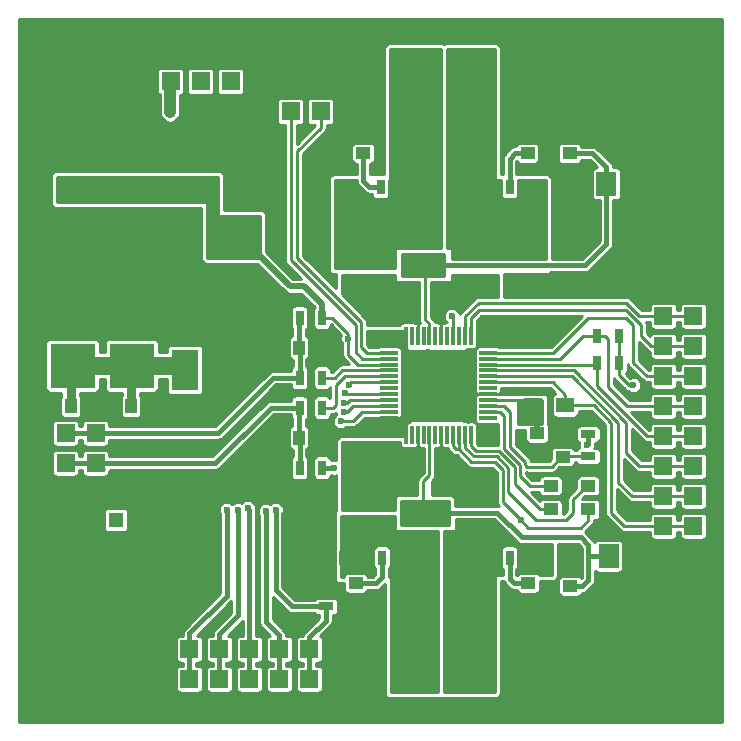
<source format=gbr>
G04 #@! TF.FileFunction,Copper,L2,Bot,Signal*
%FSLAX46Y46*%
G04 Gerber Fmt 4.6, Leading zero omitted, Abs format (unit mm)*
G04 Created by KiCad (PCBNEW 0.201603091917+6614~43~ubuntu15.10.1-product) date Po 14. březen 2016, 12:27:36 CET*
%MOMM*%
G01*
G04 APERTURE LIST*
%ADD10C,0.150000*%
%ADD11R,2.200000X1.500000*%
%ADD12R,0.800000X0.800000*%
%ADD13R,1.100000X2.000000*%
%ADD14R,1.250000X1.000000*%
%ADD15R,1.000000X1.250000*%
%ADD16R,1.300000X1.300000*%
%ADD17C,1.300000*%
%ADD18R,1.800860X3.500120*%
%ADD19R,1.524000X1.524000*%
%ADD20R,3.810000X3.810000*%
%ADD21C,6.000000*%
%ADD22R,1.300000X0.700000*%
%ADD23R,1.700000X2.000000*%
%ADD24R,0.700000X1.300000*%
%ADD25R,1.500000X1.300000*%
%ADD26R,1.500000X0.300000*%
%ADD27R,0.300000X1.500000*%
%ADD28R,1.750000X1.750000*%
%ADD29C,0.600000*%
%ADD30R,2.301240X3.500120*%
%ADD31C,0.250000*%
%ADD32C,0.500000*%
%ADD33C,1.000000*%
%ADD34C,0.400000*%
%ADD35C,1.500000*%
%ADD36C,0.800000*%
%ADD37C,0.254000*%
G04 APERTURE END LIST*
D10*
D11*
X125730000Y-128610000D03*
X125730000Y-133010000D03*
D12*
X130175000Y-129545000D03*
D13*
X130175000Y-131445000D03*
D14*
X109664500Y-103806500D03*
X109664500Y-101806500D03*
X112395000Y-103854000D03*
X112395000Y-101854000D03*
D15*
X101584000Y-122428000D03*
X99584000Y-122428000D03*
D14*
X106997500Y-103870000D03*
X106997500Y-101870000D03*
D15*
X106696000Y-122428000D03*
X108696000Y-122428000D03*
D14*
X141082410Y-124730000D03*
X141082410Y-126730000D03*
D16*
X105410000Y-132080000D03*
D17*
X105410000Y-137080000D03*
D15*
X120920000Y-125095000D03*
X122920000Y-125095000D03*
X120920000Y-117475000D03*
X122920000Y-117475000D03*
D14*
X142240000Y-129175000D03*
X142240000Y-131175000D03*
X145415000Y-129175000D03*
X145415000Y-131175000D03*
X143256000Y-126730000D03*
X143256000Y-124730000D03*
X143891000Y-137684000D03*
X143891000Y-139684000D03*
X143827500Y-101028500D03*
X143827500Y-99028500D03*
D15*
X122825000Y-135255000D03*
X124825000Y-135255000D03*
X141875000Y-135255000D03*
X143875000Y-135255000D03*
X122825000Y-103886000D03*
X124825000Y-103886000D03*
X143049500Y-104076500D03*
X141049500Y-104076500D03*
D14*
X140335000Y-137430000D03*
X140335000Y-139430000D03*
X126365000Y-99012500D03*
X126365000Y-101012500D03*
X125730000Y-139430000D03*
X125730000Y-137430000D03*
X140271500Y-99012500D03*
X140271500Y-101012500D03*
D18*
X116141500Y-107972860D03*
X116141500Y-102974140D03*
D12*
X132715000Y-129545000D03*
D13*
X132715000Y-131445000D03*
D12*
X132715000Y-112414000D03*
D13*
X132715000Y-110514000D03*
D12*
X130175000Y-112414000D03*
D13*
X130175000Y-110514000D03*
D19*
X101282500Y-101790500D03*
X103822500Y-101790500D03*
X101282500Y-104330500D03*
X103822500Y-104330500D03*
X101282500Y-106870500D03*
X103822500Y-106870500D03*
X103695500Y-127250790D03*
X101155500Y-127250790D03*
X103695500Y-124714000D03*
X101155500Y-124714000D03*
X121793000Y-143002000D03*
X121793000Y-145542000D03*
D20*
X101743500Y-118999000D03*
X106743500Y-118999000D03*
X101743500Y-113919000D03*
X106743500Y-113919000D03*
D19*
X119253000Y-145542000D03*
X119253000Y-143002000D03*
X116713000Y-143002000D03*
X116713000Y-145542000D03*
X114173000Y-143002000D03*
X114173000Y-145542000D03*
X111633000Y-143002000D03*
X111633000Y-145542000D03*
X154305000Y-114808000D03*
X151765000Y-114808000D03*
X154305000Y-117348000D03*
X151765000Y-117348000D03*
X151765000Y-119888000D03*
X154305000Y-119888000D03*
X154305000Y-124968000D03*
X151765000Y-124968000D03*
X154305000Y-122428000D03*
X151765000Y-122428000D03*
D20*
X130556000Y-144780000D03*
X130556000Y-139780000D03*
X135572500Y-144780000D03*
X135572500Y-139780000D03*
D19*
X115125500Y-94932500D03*
X112585500Y-94932500D03*
X110045500Y-94932500D03*
X120205500Y-97472500D03*
X120205500Y-94932500D03*
X154305000Y-130048000D03*
X151765000Y-130048000D03*
X154305000Y-127508000D03*
X151765000Y-127508000D03*
X122745500Y-97472500D03*
X122745500Y-94932500D03*
X154305000Y-132588000D03*
X151765000Y-132588000D03*
D20*
X130556000Y-94060000D03*
X130556000Y-99060000D03*
X135572500Y-94060000D03*
X135572500Y-99060000D03*
D11*
X136525000Y-128610000D03*
X136525000Y-133010000D03*
X125730000Y-112182000D03*
X125730000Y-107782000D03*
X136525000Y-112182000D03*
X136525000Y-107782000D03*
D21*
X101600000Y-144780000D03*
X152400000Y-93980000D03*
X152400000Y-144780000D03*
X101600000Y-93980000D03*
D22*
X123190000Y-139380000D03*
X123190000Y-137480000D03*
D23*
X147129500Y-139128000D03*
X147129500Y-135128000D03*
D24*
X122870000Y-127635000D03*
X120970000Y-127635000D03*
X122870000Y-114935000D03*
X120970000Y-114935000D03*
X122870000Y-122555000D03*
X120970000Y-122555000D03*
X122870000Y-120015000D03*
X120970000Y-120015000D03*
D22*
X145415000Y-124780000D03*
X145415000Y-126680000D03*
D25*
X140763000Y-122364500D03*
X143463000Y-122364500D03*
D24*
X148016000Y-118745000D03*
X146116000Y-118745000D03*
D23*
X146939000Y-99600000D03*
X146939000Y-103600000D03*
D24*
X148016000Y-116459000D03*
X146116000Y-116459000D03*
X136845000Y-135255000D03*
X138745000Y-135255000D03*
X127828000Y-103886000D03*
X129728000Y-103886000D03*
X127955000Y-135255000D03*
X129855000Y-135255000D03*
X138745000Y-103886000D03*
X136845000Y-103886000D03*
D15*
X132350000Y-135255000D03*
X134350000Y-135255000D03*
X132350000Y-103886000D03*
X134350000Y-103886000D03*
D26*
X128515000Y-123400000D03*
X128515000Y-122900000D03*
X128515000Y-122400000D03*
X128515000Y-121900000D03*
X128515000Y-121400000D03*
X128515000Y-120900000D03*
X128515000Y-120400000D03*
X128515000Y-119900000D03*
X128515000Y-119400000D03*
X128515000Y-118900000D03*
X128515000Y-118400000D03*
X128515000Y-117900000D03*
D27*
X129965000Y-116450000D03*
X130465000Y-116450000D03*
X130965000Y-116450000D03*
X131465000Y-116450000D03*
X131965000Y-116450000D03*
X132465000Y-116450000D03*
X132965000Y-116450000D03*
X133465000Y-116450000D03*
X133965000Y-116450000D03*
X134465000Y-116450000D03*
X134965000Y-116450000D03*
X135465000Y-116450000D03*
D26*
X136915000Y-117900000D03*
X136915000Y-118400000D03*
X136915000Y-118900000D03*
X136915000Y-119400000D03*
X136915000Y-119900000D03*
X136915000Y-120400000D03*
X136915000Y-120900000D03*
X136915000Y-121400000D03*
X136915000Y-121900000D03*
X136915000Y-122400000D03*
X136915000Y-122900000D03*
X136915000Y-123400000D03*
D27*
X135465000Y-124850000D03*
X134965000Y-124850000D03*
X134465000Y-124850000D03*
X133965000Y-124850000D03*
X133465000Y-124850000D03*
X132965000Y-124850000D03*
X132465000Y-124850000D03*
X131965000Y-124850000D03*
X131465000Y-124850000D03*
X130965000Y-124850000D03*
X130465000Y-124850000D03*
X129965000Y-124850000D03*
D28*
X133590000Y-119775000D03*
X133590000Y-121525000D03*
X131840000Y-119775000D03*
X131840000Y-121525000D03*
D29*
X131315000Y-122050000D03*
X132215000Y-122050000D03*
X133215000Y-122050000D03*
X134115000Y-122050000D03*
X131315000Y-121150000D03*
X132215000Y-121150000D03*
X133215000Y-121150000D03*
X134115000Y-121150000D03*
X131315000Y-120150000D03*
X132215000Y-120150000D03*
X133215000Y-120150000D03*
X134115000Y-120150000D03*
X131315000Y-119250000D03*
X132215000Y-119250000D03*
X133215000Y-119250000D03*
X134115000Y-119250000D03*
D30*
X111252000Y-119380000D03*
X111252000Y-113979960D03*
D29*
X123888500Y-127635000D03*
X125095000Y-116713000D03*
X149225000Y-120650000D03*
X124206000Y-118364000D03*
X124013037Y-125123498D03*
X127000000Y-116459000D03*
X127444500Y-124650500D03*
X133858000Y-114808000D03*
X139700000Y-132080000D03*
X140716000Y-123698000D03*
X124460000Y-123698000D03*
X118935500Y-131191000D03*
X118110000Y-131318000D03*
X124714000Y-122936010D03*
X116586000Y-131064000D03*
X124714000Y-122135987D03*
X124794265Y-121340011D03*
X115760500Y-131191000D03*
X125113745Y-120606560D03*
X114808000Y-131191000D03*
X145288016Y-125730000D03*
D31*
X148016000Y-118745000D02*
X148016000Y-119822000D01*
X148016000Y-119822000D02*
X148844000Y-120650000D01*
X148844000Y-120650000D02*
X149225000Y-120650000D01*
D32*
X122870000Y-114935000D02*
X122870000Y-113785000D01*
X122870000Y-113785000D02*
X121353000Y-112268000D01*
X121353000Y-112268000D02*
X120142000Y-112268000D01*
X120142000Y-112268000D02*
X116141500Y-108267500D01*
D31*
X122870000Y-114935000D02*
X122870000Y-114874000D01*
X122936000Y-114808000D02*
X122682000Y-114808000D01*
X122870000Y-114874000D02*
X122936000Y-114808000D01*
X116141500Y-108267500D02*
X116141500Y-107972860D01*
X125095000Y-116713000D02*
X125095000Y-116288736D01*
X125095000Y-116288736D02*
X123741264Y-114935000D01*
X123741264Y-114935000D02*
X123470000Y-114935000D01*
X123470000Y-114935000D02*
X122870000Y-114935000D01*
D33*
X101282500Y-104330500D02*
X103822500Y-104330500D01*
D34*
X123888500Y-127635000D02*
X122870000Y-127635000D01*
D31*
X125095000Y-118110000D02*
X125095000Y-116713000D01*
X148016000Y-116459000D02*
X148016000Y-118745000D01*
X128515000Y-118900000D02*
X125885000Y-118900000D01*
X125885000Y-118900000D02*
X125095000Y-118110000D01*
D34*
X124206000Y-117939736D02*
X124206000Y-118364000D01*
X124206000Y-117861000D02*
X124206000Y-117939736D01*
X123820000Y-117475000D02*
X124206000Y-117861000D01*
X122920000Y-117475000D02*
X123820000Y-117475000D01*
X122920000Y-125095000D02*
X123984539Y-125095000D01*
X123984539Y-125095000D02*
X124013037Y-125123498D01*
X127444500Y-124650500D02*
X127744499Y-124350501D01*
X127744499Y-124350501D02*
X128361499Y-124350501D01*
X128361499Y-124350501D02*
X128515000Y-124197000D01*
D31*
X129965000Y-116450000D02*
X127009000Y-116450000D01*
X127009000Y-116450000D02*
X127000000Y-116459000D01*
X128515000Y-124197000D02*
X128406000Y-124197000D01*
X142240000Y-124730000D02*
X142240000Y-121856498D01*
X141758503Y-121375001D02*
X137939999Y-121375001D01*
X142240000Y-121856498D02*
X141758503Y-121375001D01*
X137939999Y-121375001D02*
X137915000Y-121400000D01*
X137915000Y-121400000D02*
X136915000Y-121400000D01*
D33*
X101282500Y-106870500D02*
X103822500Y-106870500D01*
X103822500Y-101790500D02*
X101282500Y-101790500D01*
X110680500Y-113919000D02*
X113093500Y-113919000D01*
X113093500Y-113919000D02*
X113093500Y-115205000D01*
X106743500Y-113919000D02*
X110680500Y-113919000D01*
X110680500Y-113919000D02*
X110680500Y-115205000D01*
X101743500Y-113919000D02*
X106743500Y-113919000D01*
D31*
X129965000Y-116450000D02*
X129965000Y-117900000D01*
X129965000Y-117900000D02*
X131840000Y-119775000D01*
X136915000Y-121400000D02*
X133715000Y-121400000D01*
X133715000Y-121400000D02*
X133590000Y-121525000D01*
X128515000Y-123400000D02*
X129965000Y-123400000D01*
X129965000Y-123400000D02*
X131840000Y-121525000D01*
X131840000Y-121525000D02*
X133590000Y-121525000D01*
X133590000Y-121525000D02*
X133590000Y-119775000D01*
X133590000Y-119775000D02*
X131840000Y-119775000D01*
X131840000Y-119775000D02*
X131840000Y-121525000D01*
X129965000Y-124850000D02*
X129168000Y-124850000D01*
X128515000Y-124197000D02*
X128515000Y-123400000D01*
X129168000Y-124850000D02*
X128515000Y-124197000D01*
X128413000Y-123502000D02*
X128515000Y-123400000D01*
X133965000Y-124850000D02*
X133965000Y-125837000D01*
X133965000Y-125837000D02*
X134213822Y-126085822D01*
X134213822Y-126085822D02*
X134465000Y-126085822D01*
X139700000Y-132080000D02*
X138176000Y-130556000D01*
X135517200Y-127138022D02*
X134465000Y-126085822D01*
X134465000Y-126085822D02*
X134465000Y-125850000D01*
X137488024Y-127138022D02*
X135517200Y-127138022D01*
X138176000Y-130556000D02*
X138176000Y-127825998D01*
X138176000Y-127825998D02*
X137488024Y-127138022D01*
X134465000Y-125850000D02*
X134465000Y-124850000D01*
D35*
X106743500Y-118999000D02*
X101743500Y-118999000D01*
X106743500Y-118999000D02*
X110871000Y-118999000D01*
X110871000Y-118999000D02*
X111252000Y-119380000D01*
D36*
X106696000Y-122428000D02*
X106696000Y-119046500D01*
X106696000Y-119046500D02*
X106743500Y-118999000D01*
X101584000Y-122428000D02*
X101584000Y-119158500D01*
X101584000Y-119158500D02*
X101743500Y-118999000D01*
D31*
X133965000Y-114915000D02*
X133858000Y-114808000D01*
X133965000Y-116450000D02*
X133965000Y-114915000D01*
X144272000Y-132715000D02*
X140335000Y-132715000D01*
X144780000Y-132715000D02*
X144272000Y-132715000D01*
X145415000Y-131175000D02*
X145415000Y-132080000D01*
X145415000Y-132080000D02*
X144780000Y-132715000D01*
X140335000Y-132715000D02*
X139700000Y-132080000D01*
D34*
X141082410Y-124730000D02*
X141082410Y-124064410D01*
X141082410Y-124064410D02*
X140716000Y-123698000D01*
D33*
X109998000Y-97536000D02*
X109998000Y-94980000D01*
X109998000Y-94980000D02*
X110045500Y-94932500D01*
D31*
X139763000Y-122364500D02*
X139763000Y-123634000D01*
X139763000Y-123634000D02*
X139827000Y-123698000D01*
X140763000Y-122364500D02*
X139763000Y-122364500D01*
X139763000Y-122364500D02*
X139298500Y-121900000D01*
X139298500Y-121900000D02*
X137915000Y-121900000D01*
X137915000Y-121900000D02*
X136915000Y-121900000D01*
D34*
X120970000Y-122555000D02*
X118528542Y-122555000D01*
X118528542Y-122555000D02*
X113832752Y-127250790D01*
X113832752Y-127250790D02*
X103695500Y-127250790D01*
X101155500Y-127250790D02*
X103695500Y-127250790D01*
X120920000Y-125095000D02*
X120920000Y-122605000D01*
X120920000Y-122605000D02*
X120970000Y-122555000D01*
X120970000Y-127635000D02*
X120970000Y-125145000D01*
X120970000Y-125145000D02*
X120920000Y-125095000D01*
D31*
X104346500Y-127812000D02*
X104396500Y-127762000D01*
X104396500Y-127762000D02*
X103695500Y-127250790D01*
D34*
X103695500Y-124714000D02*
X114046000Y-124714000D01*
X114046000Y-124714000D02*
X118745000Y-120015000D01*
X118745000Y-120015000D02*
X120970000Y-120015000D01*
X101155500Y-124714000D02*
X103695500Y-124714000D01*
X120920000Y-117475000D02*
X120920000Y-114985000D01*
X120920000Y-114985000D02*
X120970000Y-114935000D01*
X120970000Y-120015000D02*
X120970000Y-117525000D01*
X120970000Y-117525000D02*
X120920000Y-117475000D01*
D31*
X138303000Y-123288000D02*
X137915000Y-122900000D01*
X137915000Y-122900000D02*
X136915000Y-122900000D01*
X139642011Y-127382776D02*
X138303000Y-126043765D01*
X142240000Y-129175000D02*
X140476590Y-129175000D01*
X138303000Y-126043765D02*
X138303000Y-123288000D01*
X140476590Y-129175000D02*
X139642011Y-128340421D01*
X139642011Y-128340421D02*
X139642011Y-127382776D01*
X139192000Y-129002000D02*
X139192000Y-127569176D01*
X142240000Y-131175000D02*
X141365000Y-131175000D01*
X141365000Y-131175000D02*
X139192000Y-129002000D01*
X135465000Y-125813000D02*
X135465000Y-124850000D01*
X139192000Y-127569176D02*
X137860824Y-126238000D01*
X135890000Y-126238000D02*
X135465000Y-125813000D01*
X137860824Y-126238000D02*
X135890000Y-126238000D01*
X134965000Y-125949411D02*
X134965000Y-125857000D01*
X138626011Y-127639598D02*
X137674424Y-126688011D01*
X140970000Y-132080000D02*
X138626011Y-129736011D01*
X138626011Y-129736011D02*
X138626011Y-127639598D01*
X143510000Y-132080000D02*
X140970000Y-132080000D01*
X144145000Y-131445000D02*
X143510000Y-132080000D01*
X135703600Y-126688011D02*
X134965000Y-125949411D01*
X144145000Y-130320000D02*
X144145000Y-131445000D01*
X145290000Y-129175000D02*
X144145000Y-130320000D01*
X145415000Y-129175000D02*
X145290000Y-129175000D01*
X137674424Y-126688011D02*
X135703600Y-126688011D01*
X134965000Y-124850000D02*
X134965000Y-125857000D01*
X134965000Y-125857000D02*
X134965000Y-125948000D01*
X143131000Y-126730000D02*
X143256000Y-126730000D01*
X140255001Y-127555001D02*
X142305999Y-127555001D01*
X138811000Y-122936000D02*
X138811000Y-125915354D01*
X140092022Y-127392022D02*
X140255001Y-127555001D01*
X140092022Y-127196376D02*
X140092022Y-127392022D01*
X138275000Y-122400000D02*
X138811000Y-122936000D01*
X138811000Y-125915354D02*
X140092022Y-127196376D01*
X136915000Y-122400000D02*
X138275000Y-122400000D01*
X142305999Y-127555001D02*
X143131000Y-126730000D01*
X145415000Y-126680000D02*
X143306000Y-126680000D01*
X143306000Y-126680000D02*
X143256000Y-126730000D01*
X145365000Y-126680000D02*
X145415000Y-126730000D01*
D34*
X145415000Y-137185000D02*
X145415000Y-135128000D01*
X145415000Y-135128000D02*
X145415000Y-134175500D01*
X147129500Y-135128000D02*
X145879500Y-135128000D01*
X145879500Y-135128000D02*
X145415000Y-135128000D01*
X139763500Y-133540500D02*
X137668000Y-131445000D01*
X137668000Y-131445000D02*
X132715000Y-131445000D01*
X144780000Y-133540500D02*
X139763500Y-133540500D01*
X145415000Y-134175500D02*
X144780000Y-133540500D01*
X143891000Y-137684000D02*
X144916000Y-137684000D01*
X144916000Y-137684000D02*
X145415000Y-137185000D01*
X130175000Y-131445000D02*
X131445000Y-131445000D01*
X131445000Y-131445000D02*
X132715000Y-131445000D01*
D31*
X131445000Y-129725000D02*
X131445000Y-131445000D01*
X131445000Y-128778000D02*
X131445000Y-129725000D01*
X131965000Y-128258000D02*
X131445000Y-128778000D01*
X131965000Y-127635000D02*
X131965000Y-128258000D01*
X131965000Y-124850000D02*
X131965000Y-127635000D01*
X131965000Y-127635000D02*
X131965000Y-127750000D01*
D34*
X146939000Y-103600000D02*
X146939000Y-102200000D01*
X145767500Y-101028500D02*
X144852500Y-101028500D01*
X146939000Y-102200000D02*
X145767500Y-101028500D01*
X144852500Y-101028500D02*
X143827500Y-101028500D01*
X132715000Y-110514000D02*
X145137000Y-110514000D01*
X145137000Y-110514000D02*
X146939000Y-108712000D01*
X146939000Y-108712000D02*
X146939000Y-103600000D01*
X130175000Y-110514000D02*
X131572000Y-110514000D01*
X131572000Y-110514000D02*
X132715000Y-110514000D01*
D31*
X131572000Y-111252000D02*
X131572000Y-110514000D01*
X131572000Y-115057000D02*
X131572000Y-111252000D01*
X131965000Y-116450000D02*
X131965000Y-115450000D01*
X131965000Y-115450000D02*
X131572000Y-115057000D01*
D34*
X138745000Y-137030500D02*
X139144500Y-137430000D01*
X139144500Y-137430000D02*
X140335000Y-137430000D01*
X138745000Y-135255000D02*
X138745000Y-137030500D01*
X127828000Y-103886000D02*
X126873000Y-103886000D01*
X126873000Y-103886000D02*
X126365000Y-103378000D01*
X126365000Y-103378000D02*
X126365000Y-101012500D01*
D31*
X132965000Y-124850000D02*
X132965000Y-128575000D01*
X132965000Y-128575000D02*
X133000000Y-128610000D01*
X132715000Y-129545000D02*
X132715000Y-128895000D01*
X132715000Y-128895000D02*
X133000000Y-128610000D01*
X133000000Y-128610000D02*
X135175000Y-128610000D01*
X135175000Y-128610000D02*
X136525000Y-128610000D01*
X130965000Y-124850000D02*
X130965000Y-127535000D01*
X130965000Y-127535000D02*
X129890000Y-128610000D01*
X125730000Y-128610000D02*
X129890000Y-128610000D01*
X129890000Y-128610000D02*
X130175000Y-128895000D01*
X130175000Y-128895000D02*
X130175000Y-129545000D01*
X132715000Y-112414000D02*
X136293000Y-112414000D01*
X136293000Y-112414000D02*
X136525000Y-112182000D01*
X132965000Y-116450000D02*
X132965000Y-112664000D01*
X132965000Y-112664000D02*
X132715000Y-112414000D01*
X130175000Y-112414000D02*
X125962000Y-112414000D01*
X125962000Y-112414000D02*
X125730000Y-112182000D01*
X130965000Y-114201000D02*
X130175000Y-113411000D01*
X130175000Y-113411000D02*
X130175000Y-112414000D01*
X130965000Y-116450000D02*
X130965000Y-114201000D01*
X124884264Y-123698000D02*
X124460000Y-123698000D01*
X125476000Y-123698000D02*
X124884264Y-123698000D01*
X126274000Y-122900000D02*
X125476000Y-123698000D01*
X128515000Y-122900000D02*
X126274000Y-122900000D01*
D34*
X123190000Y-139380000D02*
X120330000Y-139380000D01*
X120330000Y-139380000D02*
X118935500Y-137985500D01*
X118935500Y-137985500D02*
X118935500Y-131191000D01*
X123190000Y-139380000D02*
X122890000Y-139380000D01*
X122890000Y-139380000D02*
X122887500Y-139382500D01*
X121793000Y-141986000D02*
X123190000Y-140589000D01*
X123190000Y-140589000D02*
X123190000Y-139380000D01*
X121793000Y-141986000D02*
X121793000Y-143002000D01*
X121793000Y-145542000D02*
X121793000Y-143002000D01*
X118110000Y-140697000D02*
X118110000Y-131318000D01*
X119253000Y-143002000D02*
X119253000Y-141840000D01*
X119253000Y-141840000D02*
X118110000Y-140697000D01*
D31*
X124967980Y-122936010D02*
X124714000Y-122936010D01*
X128515000Y-122400000D02*
X125503990Y-122400000D01*
X125503990Y-122400000D02*
X124967980Y-122936010D01*
D34*
X119253000Y-143002000D02*
X119253000Y-142367000D01*
X119253000Y-145542000D02*
X119253000Y-143002000D01*
X116713000Y-131191000D02*
X116586000Y-131064000D01*
X116713000Y-143002000D02*
X116713000Y-131191000D01*
D31*
X125006003Y-122135987D02*
X124714000Y-122135987D01*
X125241990Y-121900000D02*
X125006003Y-122135987D01*
X128515000Y-121900000D02*
X125241990Y-121900000D01*
D34*
X116713000Y-145542000D02*
X116713000Y-143002000D01*
D31*
X128515000Y-121400000D02*
X124854254Y-121400000D01*
X124854254Y-121400000D02*
X124794265Y-121340011D01*
D34*
X115760500Y-131191000D02*
X115760500Y-140144500D01*
X115760500Y-140144500D02*
X114173000Y-141732000D01*
X114173000Y-141732000D02*
X114173000Y-143002000D01*
X114173000Y-143002000D02*
X114173000Y-142240000D01*
X114173000Y-145542000D02*
X114173000Y-143002000D01*
D31*
X125320305Y-120400000D02*
X125113745Y-120606560D01*
X128515000Y-120400000D02*
X125320305Y-120400000D01*
D34*
X111633000Y-141668500D02*
X114808000Y-138493500D01*
X114808000Y-138493500D02*
X114808000Y-131191000D01*
X111633000Y-142113000D02*
X111633000Y-141668500D01*
X111633000Y-143002000D02*
X111633000Y-142113000D01*
X111633000Y-145542000D02*
X111633000Y-143002000D01*
D31*
X151765000Y-114808000D02*
X154305000Y-114808000D01*
X134965000Y-115134002D02*
X134965000Y-115450000D01*
X134991001Y-115108001D02*
X134965000Y-115134002D01*
X134965000Y-115450000D02*
X134965000Y-116450000D01*
X134991001Y-114816589D02*
X134991001Y-115108001D01*
X136142590Y-113665000D02*
X134991001Y-114816589D01*
X149735820Y-114808000D02*
X148592820Y-113665000D01*
X151765000Y-114808000D02*
X149735820Y-114808000D01*
X148592820Y-113665000D02*
X136142590Y-113665000D01*
X151765000Y-117348000D02*
X154305000Y-117348000D01*
X151765000Y-117348000D02*
X150753000Y-117348000D01*
X150753000Y-117348000D02*
X149860000Y-116455000D01*
X149860000Y-116455000D02*
X149860000Y-115570000D01*
X149860000Y-115570000D02*
X149675010Y-115385010D01*
X149675010Y-115385010D02*
X149675009Y-115383599D01*
X149675009Y-115383599D02*
X148591410Y-114300000D01*
X148591410Y-114300000D02*
X136144000Y-114300000D01*
X135465000Y-114979000D02*
X135465000Y-116450000D01*
X136144000Y-114300000D02*
X135465000Y-114979000D01*
X151765000Y-119888000D02*
X154305000Y-119888000D01*
X151765000Y-119888000D02*
X150368000Y-119888000D01*
X150368000Y-119888000D02*
X149225000Y-118745000D01*
X149225000Y-115570000D02*
X148590000Y-114935000D01*
X145415000Y-114935000D02*
X142450000Y-117900000D01*
X149225000Y-118745000D02*
X149225000Y-115570000D01*
X148590000Y-114935000D02*
X145415000Y-114935000D01*
X142450000Y-117900000D02*
X136915000Y-117900000D01*
X151765000Y-124968000D02*
X154305000Y-124968000D01*
X146116000Y-118745000D02*
X146116000Y-120015000D01*
X150368000Y-124968000D02*
X149040010Y-123640010D01*
X146116000Y-120015000D02*
X146116000Y-120081000D01*
X151765000Y-124968000D02*
X150368000Y-124968000D01*
X149040010Y-123640010D02*
X149040009Y-123635779D01*
X149040009Y-123635779D02*
X146116000Y-120711770D01*
X146116000Y-120711770D02*
X146116000Y-120015000D01*
X136915000Y-118900000D02*
X145961000Y-118900000D01*
X145961000Y-118900000D02*
X146116000Y-118745000D01*
X151765000Y-122428000D02*
X154305000Y-122428000D01*
X136915000Y-118400000D02*
X143002000Y-118400000D01*
X146116000Y-116459000D02*
X144943000Y-116459000D01*
X144943000Y-116459000D02*
X143002000Y-118400000D01*
X151765000Y-122428000D02*
X148717000Y-122428000D01*
X148717000Y-122428000D02*
X147066000Y-120777000D01*
X147066000Y-120777000D02*
X147066000Y-116713000D01*
X147066000Y-116713000D02*
X146812000Y-116459000D01*
X146812000Y-116459000D02*
X146116000Y-116459000D01*
D34*
X145415000Y-124780000D02*
X145415000Y-125603016D01*
X145415000Y-125603016D02*
X145288016Y-125730000D01*
D31*
X120205500Y-109664500D02*
X120205500Y-109474000D01*
X120205500Y-109474000D02*
X120205500Y-97472500D01*
X120205500Y-110045500D02*
X120205500Y-109474000D01*
X125730000Y-117856000D02*
X125730000Y-115570000D01*
X127381000Y-118400000D02*
X126274000Y-118400000D01*
X126274000Y-118400000D02*
X125730000Y-117856000D01*
X125730000Y-115570000D02*
X120205500Y-110045500D01*
X128515000Y-118400000D02*
X127381000Y-118400000D01*
X127381000Y-118400000D02*
X127290000Y-118400000D01*
X151765000Y-130048000D02*
X154305000Y-130048000D01*
X151765000Y-130048000D02*
X149098000Y-130048000D01*
X149098000Y-130048000D02*
X147955000Y-128905000D01*
X147955000Y-128905000D02*
X147955000Y-123823590D01*
X147955000Y-123823590D02*
X144031410Y-119900000D01*
X144031410Y-119900000D02*
X137915000Y-119900000D01*
X137915000Y-119900000D02*
X136915000Y-119900000D01*
X151765000Y-127508000D02*
X154305000Y-127508000D01*
X148590000Y-126365000D02*
X148590000Y-123822180D01*
X148590000Y-123822180D02*
X144167820Y-119400000D01*
X144167820Y-119400000D02*
X137915000Y-119400000D01*
X137915000Y-119400000D02*
X136915000Y-119400000D01*
X149733000Y-127508000D02*
X148590000Y-126365000D01*
X151765000Y-127508000D02*
X149733000Y-127508000D01*
X122745500Y-97472500D02*
X122745500Y-98869500D01*
X122745500Y-98869500D02*
X120777000Y-100838000D01*
X120777000Y-100838000D02*
X120777000Y-109912991D01*
X120777000Y-109912991D02*
X126180009Y-115316000D01*
X126180009Y-115316000D02*
X126180010Y-117417010D01*
X126180010Y-117417010D02*
X126663000Y-117900000D01*
X126663000Y-117900000D02*
X128515000Y-117900000D01*
X151765000Y-132588000D02*
X154305000Y-132588000D01*
X151765000Y-132588000D02*
X148463000Y-132588000D01*
X148463000Y-132588000D02*
X147320000Y-131445000D01*
X147320000Y-131445000D02*
X147320000Y-123825000D01*
X147320000Y-123825000D02*
X145859500Y-122364500D01*
X145859500Y-122364500D02*
X143463000Y-122364500D01*
X143463000Y-122364500D02*
X143463000Y-121464500D01*
X143463000Y-121464500D02*
X142398500Y-120400000D01*
X142398500Y-120400000D02*
X137915000Y-120400000D01*
X137915000Y-120400000D02*
X136915000Y-120400000D01*
X128515000Y-119900000D02*
X124829000Y-119900000D01*
X123825000Y-122555000D02*
X122870000Y-122555000D01*
X124079000Y-122301000D02*
X123825000Y-122555000D01*
X124079000Y-120650000D02*
X124079000Y-122301000D01*
X124829000Y-119900000D02*
X124079000Y-120650000D01*
X128515000Y-119400000D02*
X124567000Y-119400000D01*
X123952000Y-120015000D02*
X122870000Y-120015000D01*
X124567000Y-119400000D02*
X123952000Y-120015000D01*
D34*
X127952500Y-136906000D02*
X127428500Y-137430000D01*
X127428500Y-137430000D02*
X125730000Y-137430000D01*
X127952500Y-135557500D02*
X127952500Y-136906000D01*
X127955000Y-135255000D02*
X127955000Y-135555000D01*
X127955000Y-135555000D02*
X127952500Y-135557500D01*
X138745000Y-103886000D02*
X138745000Y-101475500D01*
X138745000Y-101475500D02*
X139208000Y-101012500D01*
X139208000Y-101012500D02*
X140271500Y-101012500D01*
D37*
G36*
X133043199Y-125871801D02*
X133167902Y-125955125D01*
X133315000Y-125984385D01*
X133492316Y-125984385D01*
X133501212Y-126029107D01*
X133610032Y-126191968D01*
X133858852Y-126440787D01*
X133858854Y-126440790D01*
X134021715Y-126549610D01*
X134213822Y-126587822D01*
X134257064Y-126587822D01*
X135162230Y-127492987D01*
X135162232Y-127492990D01*
X135325093Y-127601810D01*
X135517200Y-127640023D01*
X135517205Y-127640022D01*
X137280088Y-127640022D01*
X137674000Y-128033934D01*
X137674000Y-130555995D01*
X137673999Y-130556000D01*
X137712212Y-130748107D01*
X137811378Y-130896520D01*
X137668000Y-130867999D01*
X137667995Y-130868000D01*
X134108000Y-130868000D01*
X134108000Y-130302000D01*
X134079303Y-130157728D01*
X133997579Y-130035421D01*
X133875272Y-129953697D01*
X133731000Y-129925000D01*
X132143500Y-129925000D01*
X132143500Y-128789436D01*
X132319968Y-128612968D01*
X132428788Y-128450108D01*
X132467001Y-128258000D01*
X132467000Y-128257995D01*
X132467000Y-125984385D01*
X132615000Y-125984385D01*
X132762098Y-125955125D01*
X132886801Y-125871801D01*
X132965000Y-125754768D01*
X133043199Y-125871801D01*
X133043199Y-125871801D01*
G37*
X133043199Y-125871801D02*
X133167902Y-125955125D01*
X133315000Y-125984385D01*
X133492316Y-125984385D01*
X133501212Y-126029107D01*
X133610032Y-126191968D01*
X133858852Y-126440787D01*
X133858854Y-126440790D01*
X134021715Y-126549610D01*
X134213822Y-126587822D01*
X134257064Y-126587822D01*
X135162230Y-127492987D01*
X135162232Y-127492990D01*
X135325093Y-127601810D01*
X135517200Y-127640023D01*
X135517205Y-127640022D01*
X137280088Y-127640022D01*
X137674000Y-128033934D01*
X137674000Y-130555995D01*
X137673999Y-130556000D01*
X137712212Y-130748107D01*
X137811378Y-130896520D01*
X137668000Y-130867999D01*
X137667995Y-130868000D01*
X134108000Y-130868000D01*
X134108000Y-130302000D01*
X134079303Y-130157728D01*
X133997579Y-130035421D01*
X133875272Y-129953697D01*
X133731000Y-129925000D01*
X132143500Y-129925000D01*
X132143500Y-128789436D01*
X132319968Y-128612968D01*
X132428788Y-128450108D01*
X132467001Y-128258000D01*
X132467000Y-128257995D01*
X132467000Y-125984385D01*
X132615000Y-125984385D01*
X132762098Y-125955125D01*
X132886801Y-125871801D01*
X132965000Y-125754768D01*
X133043199Y-125871801D01*
G36*
X129430615Y-125600000D02*
X129459875Y-125747098D01*
X129543199Y-125871801D01*
X129667902Y-125955125D01*
X129815000Y-125984385D01*
X130115000Y-125984385D01*
X130215000Y-125964493D01*
X130315000Y-125984385D01*
X130615000Y-125984385D01*
X130762098Y-125955125D01*
X130886801Y-125871801D01*
X130965000Y-125754768D01*
X131043199Y-125871801D01*
X131167902Y-125955125D01*
X131315000Y-125984385D01*
X131463000Y-125984385D01*
X131463000Y-128050064D01*
X131090032Y-128423032D01*
X130981212Y-128585893D01*
X130942999Y-128778000D01*
X130943000Y-128778005D01*
X130943000Y-129925000D01*
X129413000Y-129925000D01*
X129268728Y-129953697D01*
X129146421Y-130035421D01*
X129064697Y-130157728D01*
X129036000Y-130302000D01*
X129036000Y-131195000D01*
X124587000Y-131195000D01*
X124587000Y-125506609D01*
X124599710Y-125476000D01*
X129430615Y-125476000D01*
X129430615Y-125600000D01*
X129430615Y-125600000D01*
G37*
X129430615Y-125600000D02*
X129459875Y-125747098D01*
X129543199Y-125871801D01*
X129667902Y-125955125D01*
X129815000Y-125984385D01*
X130115000Y-125984385D01*
X130215000Y-125964493D01*
X130315000Y-125984385D01*
X130615000Y-125984385D01*
X130762098Y-125955125D01*
X130886801Y-125871801D01*
X130965000Y-125754768D01*
X131043199Y-125871801D01*
X131167902Y-125955125D01*
X131315000Y-125984385D01*
X131463000Y-125984385D01*
X131463000Y-128050064D01*
X131090032Y-128423032D01*
X130981212Y-128585893D01*
X130942999Y-128778000D01*
X130943000Y-128778005D01*
X130943000Y-129925000D01*
X129413000Y-129925000D01*
X129268728Y-129953697D01*
X129146421Y-130035421D01*
X129064697Y-130157728D01*
X129036000Y-130302000D01*
X129036000Y-131195000D01*
X124587000Y-131195000D01*
X124587000Y-125506609D01*
X124599710Y-125476000D01*
X129430615Y-125476000D01*
X129430615Y-125600000D01*
G36*
X133604000Y-132461000D02*
X129540000Y-132461000D01*
X129540000Y-130429000D01*
X133604000Y-130429000D01*
X133604000Y-132461000D01*
X133604000Y-132461000D01*
G37*
X133604000Y-132461000D02*
X129540000Y-132461000D01*
X129540000Y-130429000D01*
X133604000Y-130429000D01*
X133604000Y-132461000D01*
G36*
X137731500Y-113163000D02*
X136142595Y-113163000D01*
X136142590Y-113162999D01*
X135950483Y-113201212D01*
X135787622Y-113310032D01*
X135787620Y-113310035D01*
X134636033Y-114461621D01*
X134527213Y-114624482D01*
X134523142Y-114644946D01*
X134432267Y-114425011D01*
X134241990Y-114234402D01*
X133993254Y-114131118D01*
X133723927Y-114130883D01*
X133475011Y-114233733D01*
X133284402Y-114424010D01*
X133181118Y-114672746D01*
X133180883Y-114942073D01*
X133283733Y-115190989D01*
X133408142Y-115315615D01*
X133315000Y-115315615D01*
X133167902Y-115344875D01*
X133043199Y-115428199D01*
X132965000Y-115545232D01*
X132886801Y-115428199D01*
X132762098Y-115344875D01*
X132615000Y-115315615D01*
X132440270Y-115315615D01*
X132428788Y-115257893D01*
X132319968Y-115095032D01*
X132080000Y-114855064D01*
X132080000Y-111946500D01*
X133350000Y-111946500D01*
X133494272Y-111917803D01*
X133540371Y-111887000D01*
X133731000Y-111887000D01*
X133779601Y-111877333D01*
X133820803Y-111849803D01*
X133848333Y-111808601D01*
X133858000Y-111760000D01*
X133858000Y-111315500D01*
X137731500Y-111315500D01*
X137731500Y-113163000D01*
X137731500Y-113163000D01*
G37*
X137731500Y-113163000D02*
X136142595Y-113163000D01*
X136142590Y-113162999D01*
X135950483Y-113201212D01*
X135787622Y-113310032D01*
X135787620Y-113310035D01*
X134636033Y-114461621D01*
X134527213Y-114624482D01*
X134523142Y-114644946D01*
X134432267Y-114425011D01*
X134241990Y-114234402D01*
X133993254Y-114131118D01*
X133723927Y-114130883D01*
X133475011Y-114233733D01*
X133284402Y-114424010D01*
X133181118Y-114672746D01*
X133180883Y-114942073D01*
X133283733Y-115190989D01*
X133408142Y-115315615D01*
X133315000Y-115315615D01*
X133167902Y-115344875D01*
X133043199Y-115428199D01*
X132965000Y-115545232D01*
X132886801Y-115428199D01*
X132762098Y-115344875D01*
X132615000Y-115315615D01*
X132440270Y-115315615D01*
X132428788Y-115257893D01*
X132319968Y-115095032D01*
X132080000Y-114855064D01*
X132080000Y-111946500D01*
X133350000Y-111946500D01*
X133494272Y-111917803D01*
X133540371Y-111887000D01*
X133731000Y-111887000D01*
X133779601Y-111877333D01*
X133820803Y-111849803D01*
X133848333Y-111808601D01*
X133858000Y-111760000D01*
X133858000Y-111315500D01*
X137731500Y-111315500D01*
X137731500Y-113163000D01*
G36*
X133223000Y-111442500D02*
X129667000Y-111442500D01*
X129667000Y-109537500D01*
X133223000Y-109537500D01*
X133223000Y-111442500D01*
X133223000Y-111442500D01*
G37*
X133223000Y-111442500D02*
X129667000Y-111442500D01*
X129667000Y-109537500D01*
X133223000Y-109537500D01*
X133223000Y-111442500D01*
G36*
X129032002Y-111759382D02*
X129041432Y-111808029D01*
X129068761Y-111849364D01*
X129109828Y-111877095D01*
X129159000Y-111887000D01*
X129349629Y-111887000D01*
X129395728Y-111917803D01*
X129540000Y-111946500D01*
X131070000Y-111946500D01*
X131070000Y-115056995D01*
X131069999Y-115057000D01*
X131108212Y-115249107D01*
X131171698Y-115344120D01*
X131167902Y-115344875D01*
X131043199Y-115428199D01*
X130965000Y-115545232D01*
X130886801Y-115428199D01*
X130762098Y-115344875D01*
X130615000Y-115315615D01*
X130315000Y-115315615D01*
X130215000Y-115335507D01*
X130115000Y-115315615D01*
X129815000Y-115315615D01*
X129667902Y-115344875D01*
X129543199Y-115428199D01*
X129459875Y-115552902D01*
X129456474Y-115570000D01*
X126682009Y-115570000D01*
X126682009Y-115316005D01*
X126682010Y-115316000D01*
X126643797Y-115123893D01*
X126624513Y-115095032D01*
X126534977Y-114961032D01*
X126534974Y-114961030D01*
X124523500Y-112949556D01*
X124523500Y-111315500D01*
X129034164Y-111315500D01*
X129032002Y-111759382D01*
X129032002Y-111759382D01*
G37*
X129032002Y-111759382D02*
X129041432Y-111808029D01*
X129068761Y-111849364D01*
X129109828Y-111877095D01*
X129159000Y-111887000D01*
X129349629Y-111887000D01*
X129395728Y-111917803D01*
X129540000Y-111946500D01*
X131070000Y-111946500D01*
X131070000Y-115056995D01*
X131069999Y-115057000D01*
X131108212Y-115249107D01*
X131171698Y-115344120D01*
X131167902Y-115344875D01*
X131043199Y-115428199D01*
X130965000Y-115545232D01*
X130886801Y-115428199D01*
X130762098Y-115344875D01*
X130615000Y-115315615D01*
X130315000Y-115315615D01*
X130215000Y-115335507D01*
X130115000Y-115315615D01*
X129815000Y-115315615D01*
X129667902Y-115344875D01*
X129543199Y-115428199D01*
X129459875Y-115552902D01*
X129456474Y-115570000D01*
X126682009Y-115570000D01*
X126682009Y-115316005D01*
X126682010Y-115316000D01*
X126643797Y-115123893D01*
X126624513Y-115095032D01*
X126534977Y-114961032D01*
X126534974Y-114961030D01*
X124523500Y-112949556D01*
X124523500Y-111315500D01*
X129034164Y-111315500D01*
X129032002Y-111759382D01*
G36*
X129032000Y-132842000D02*
X129041667Y-132890601D01*
X129069197Y-132931803D01*
X129110399Y-132959333D01*
X129159000Y-132969000D01*
X132719000Y-132969000D01*
X132719000Y-146621500D01*
X128714500Y-146621500D01*
X128714500Y-137033000D01*
X128704833Y-136984399D01*
X128677303Y-136943197D01*
X128636101Y-136915667D01*
X128587500Y-136906000D01*
X128529501Y-136906000D01*
X128529500Y-136905995D01*
X128529500Y-136208407D01*
X128576801Y-136176801D01*
X128660125Y-136052098D01*
X128689385Y-135905000D01*
X128689385Y-134605000D01*
X128660125Y-134457902D01*
X128576801Y-134333199D01*
X128452098Y-134249875D01*
X128305000Y-134220615D01*
X127605000Y-134220615D01*
X127457902Y-134249875D01*
X127333199Y-134333199D01*
X127249875Y-134457902D01*
X127220615Y-134605000D01*
X127220615Y-135905000D01*
X127249875Y-136052098D01*
X127333199Y-136176801D01*
X127375500Y-136205066D01*
X127375500Y-136666998D01*
X127189498Y-136853000D01*
X126724069Y-136853000D01*
X126710125Y-136782902D01*
X126626801Y-136658199D01*
X126502098Y-136574875D01*
X126355000Y-136545615D01*
X125105000Y-136545615D01*
X124957902Y-136574875D01*
X124833199Y-136658199D01*
X124749875Y-136782902D01*
X124725389Y-136906000D01*
X124460000Y-136906000D01*
X124460000Y-131699000D01*
X129032000Y-131699000D01*
X129032000Y-132842000D01*
X129032000Y-132842000D01*
G37*
X129032000Y-132842000D02*
X129041667Y-132890601D01*
X129069197Y-132931803D01*
X129110399Y-132959333D01*
X129159000Y-132969000D01*
X132719000Y-132969000D01*
X132719000Y-146621500D01*
X128714500Y-146621500D01*
X128714500Y-137033000D01*
X128704833Y-136984399D01*
X128677303Y-136943197D01*
X128636101Y-136915667D01*
X128587500Y-136906000D01*
X128529501Y-136906000D01*
X128529500Y-136905995D01*
X128529500Y-136208407D01*
X128576801Y-136176801D01*
X128660125Y-136052098D01*
X128689385Y-135905000D01*
X128689385Y-134605000D01*
X128660125Y-134457902D01*
X128576801Y-134333199D01*
X128452098Y-134249875D01*
X128305000Y-134220615D01*
X127605000Y-134220615D01*
X127457902Y-134249875D01*
X127333199Y-134333199D01*
X127249875Y-134457902D01*
X127220615Y-134605000D01*
X127220615Y-135905000D01*
X127249875Y-136052098D01*
X127333199Y-136176801D01*
X127375500Y-136205066D01*
X127375500Y-136666998D01*
X127189498Y-136853000D01*
X126724069Y-136853000D01*
X126710125Y-136782902D01*
X126626801Y-136658199D01*
X126502098Y-136574875D01*
X126355000Y-136545615D01*
X125105000Y-136545615D01*
X124957902Y-136574875D01*
X124833199Y-136658199D01*
X124749875Y-136782902D01*
X124725389Y-136906000D01*
X124460000Y-136906000D01*
X124460000Y-131699000D01*
X129032000Y-131699000D01*
X129032000Y-132842000D01*
G36*
X139355497Y-133948498D02*
X139355499Y-133948501D01*
X139542692Y-134073578D01*
X139763500Y-134117501D01*
X139763505Y-134117500D01*
X142303500Y-134117500D01*
X142303500Y-136715500D01*
X141270088Y-136715500D01*
X141231801Y-136658199D01*
X141107098Y-136574875D01*
X140960000Y-136545615D01*
X139710000Y-136545615D01*
X139562902Y-136574875D01*
X139438199Y-136658199D01*
X139399912Y-136715500D01*
X139322000Y-136715500D01*
X139322000Y-136206736D01*
X139366801Y-136176801D01*
X139450125Y-136052098D01*
X139479385Y-135905000D01*
X139479385Y-134605000D01*
X139450125Y-134457902D01*
X139366801Y-134333199D01*
X139242098Y-134249875D01*
X139095000Y-134220615D01*
X138395000Y-134220615D01*
X138247902Y-134249875D01*
X138123199Y-134333199D01*
X138039875Y-134457902D01*
X138010615Y-134605000D01*
X138010615Y-135905000D01*
X138039875Y-136052098D01*
X138123199Y-136176801D01*
X138168000Y-136206736D01*
X138168000Y-136715500D01*
X137604500Y-136715500D01*
X137555899Y-136725167D01*
X137514697Y-136752697D01*
X137487167Y-136793899D01*
X137477500Y-136842500D01*
X137477500Y-146621500D01*
X133223000Y-146621500D01*
X133223000Y-135937236D01*
X133234385Y-135880000D01*
X133234385Y-134630000D01*
X133223000Y-134572765D01*
X133223000Y-132969000D01*
X134048500Y-132969000D01*
X134097101Y-132959333D01*
X134138303Y-132931803D01*
X134165833Y-132890601D01*
X134175500Y-132842000D01*
X134175500Y-132022000D01*
X137428998Y-132022000D01*
X139355497Y-133948498D01*
X139355497Y-133948498D01*
G37*
X139355497Y-133948498D02*
X139355499Y-133948501D01*
X139542692Y-134073578D01*
X139763500Y-134117501D01*
X139763505Y-134117500D01*
X142303500Y-134117500D01*
X142303500Y-136715500D01*
X141270088Y-136715500D01*
X141231801Y-136658199D01*
X141107098Y-136574875D01*
X140960000Y-136545615D01*
X139710000Y-136545615D01*
X139562902Y-136574875D01*
X139438199Y-136658199D01*
X139399912Y-136715500D01*
X139322000Y-136715500D01*
X139322000Y-136206736D01*
X139366801Y-136176801D01*
X139450125Y-136052098D01*
X139479385Y-135905000D01*
X139479385Y-134605000D01*
X139450125Y-134457902D01*
X139366801Y-134333199D01*
X139242098Y-134249875D01*
X139095000Y-134220615D01*
X138395000Y-134220615D01*
X138247902Y-134249875D01*
X138123199Y-134333199D01*
X138039875Y-134457902D01*
X138010615Y-134605000D01*
X138010615Y-135905000D01*
X138039875Y-136052098D01*
X138123199Y-136176801D01*
X138168000Y-136206736D01*
X138168000Y-136715500D01*
X137604500Y-136715500D01*
X137555899Y-136725167D01*
X137514697Y-136752697D01*
X137487167Y-136793899D01*
X137477500Y-136842500D01*
X137477500Y-146621500D01*
X133223000Y-146621500D01*
X133223000Y-135937236D01*
X133234385Y-135880000D01*
X133234385Y-134630000D01*
X133223000Y-134572765D01*
X133223000Y-132969000D01*
X134048500Y-132969000D01*
X134097101Y-132959333D01*
X134138303Y-132931803D01*
X134165833Y-132890601D01*
X134175500Y-132842000D01*
X134175500Y-132022000D01*
X137428998Y-132022000D01*
X139355497Y-133948498D01*
G36*
X114046000Y-106172000D02*
X114055667Y-106220601D01*
X114083197Y-106261803D01*
X114124399Y-106289333D01*
X114173000Y-106299000D01*
X117602000Y-106299000D01*
X117602000Y-109855000D01*
X113157000Y-109855000D01*
X113157000Y-105283000D01*
X113147333Y-105234399D01*
X113119803Y-105193197D01*
X113078601Y-105165667D01*
X113030000Y-105156000D01*
X100457000Y-105156000D01*
X100457000Y-102997000D01*
X114046000Y-102997000D01*
X114046000Y-106172000D01*
X114046000Y-106172000D01*
G37*
X114046000Y-106172000D02*
X114055667Y-106220601D01*
X114083197Y-106261803D01*
X114124399Y-106289333D01*
X114173000Y-106299000D01*
X117602000Y-106299000D01*
X117602000Y-109855000D01*
X113157000Y-109855000D01*
X113157000Y-105283000D01*
X113147333Y-105234399D01*
X113119803Y-105193197D01*
X113078601Y-105165667D01*
X113030000Y-105156000D01*
X100457000Y-105156000D01*
X100457000Y-102997000D01*
X114046000Y-102997000D01*
X114046000Y-106172000D01*
G36*
X132969000Y-109029500D02*
X129159000Y-109029500D01*
X129110399Y-109039167D01*
X129069197Y-109066697D01*
X129041667Y-109107899D01*
X129032000Y-109156500D01*
X129032000Y-110744000D01*
X123952000Y-110744000D01*
X123952000Y-103314500D01*
X125788000Y-103314500D01*
X125788000Y-103377995D01*
X125787999Y-103378000D01*
X125831922Y-103598808D01*
X125956999Y-103786001D01*
X126464997Y-104293998D01*
X126464999Y-104294001D01*
X126577213Y-104368979D01*
X126652191Y-104419078D01*
X126873000Y-104463000D01*
X127093615Y-104463000D01*
X127093615Y-104536000D01*
X127122875Y-104683098D01*
X127206199Y-104807801D01*
X127330902Y-104891125D01*
X127478000Y-104920385D01*
X128178000Y-104920385D01*
X128325098Y-104891125D01*
X128449801Y-104807801D01*
X128533125Y-104683098D01*
X128562385Y-104536000D01*
X128562385Y-103306865D01*
X128572601Y-103304833D01*
X128613803Y-103277303D01*
X128641333Y-103236101D01*
X128651000Y-103187500D01*
X128651000Y-92202000D01*
X132969000Y-92202000D01*
X132969000Y-109029500D01*
X132969000Y-109029500D01*
G37*
X132969000Y-109029500D02*
X129159000Y-109029500D01*
X129110399Y-109039167D01*
X129069197Y-109066697D01*
X129041667Y-109107899D01*
X129032000Y-109156500D01*
X129032000Y-110744000D01*
X123952000Y-110744000D01*
X123952000Y-103314500D01*
X125788000Y-103314500D01*
X125788000Y-103377995D01*
X125787999Y-103378000D01*
X125831922Y-103598808D01*
X125956999Y-103786001D01*
X126464997Y-104293998D01*
X126464999Y-104294001D01*
X126577213Y-104368979D01*
X126652191Y-104419078D01*
X126873000Y-104463000D01*
X127093615Y-104463000D01*
X127093615Y-104536000D01*
X127122875Y-104683098D01*
X127206199Y-104807801D01*
X127330902Y-104891125D01*
X127478000Y-104920385D01*
X128178000Y-104920385D01*
X128325098Y-104891125D01*
X128449801Y-104807801D01*
X128533125Y-104683098D01*
X128562385Y-104536000D01*
X128562385Y-103306865D01*
X128572601Y-103304833D01*
X128613803Y-103277303D01*
X128641333Y-103236101D01*
X128651000Y-103187500D01*
X128651000Y-92202000D01*
X132969000Y-92202000D01*
X132969000Y-109029500D01*
G36*
X141478000Y-123952000D02*
X139446000Y-123952000D01*
X139446000Y-121877001D01*
X141478000Y-121877001D01*
X141478000Y-123952000D01*
X141478000Y-123952000D01*
G37*
X141478000Y-123952000D02*
X139446000Y-123952000D01*
X139446000Y-121877001D01*
X141478000Y-121877001D01*
X141478000Y-123952000D01*
G36*
X137477500Y-103187500D02*
X137487167Y-103236101D01*
X137514697Y-103277303D01*
X137555899Y-103304833D01*
X137604500Y-103314500D01*
X138010615Y-103314500D01*
X138010615Y-104536000D01*
X138039875Y-104683098D01*
X138123199Y-104807801D01*
X138247902Y-104891125D01*
X138395000Y-104920385D01*
X139095000Y-104920385D01*
X139242098Y-104891125D01*
X139366801Y-104807801D01*
X139450125Y-104683098D01*
X139479385Y-104536000D01*
X139479385Y-103314500D01*
X141795500Y-103314500D01*
X141795500Y-109937000D01*
X133858000Y-109937000D01*
X133858000Y-109156500D01*
X133848333Y-109107899D01*
X133820803Y-109066697D01*
X133779601Y-109039167D01*
X133731000Y-109029500D01*
X133477000Y-109029500D01*
X133477000Y-92202000D01*
X137477500Y-92202000D01*
X137477500Y-103187500D01*
X137477500Y-103187500D01*
G37*
X137477500Y-103187500D02*
X137487167Y-103236101D01*
X137514697Y-103277303D01*
X137555899Y-103304833D01*
X137604500Y-103314500D01*
X138010615Y-103314500D01*
X138010615Y-104536000D01*
X138039875Y-104683098D01*
X138123199Y-104807801D01*
X138247902Y-104891125D01*
X138395000Y-104920385D01*
X139095000Y-104920385D01*
X139242098Y-104891125D01*
X139366801Y-104807801D01*
X139450125Y-104683098D01*
X139479385Y-104536000D01*
X139479385Y-103314500D01*
X141795500Y-103314500D01*
X141795500Y-109937000D01*
X133858000Y-109937000D01*
X133858000Y-109156500D01*
X133848333Y-109107899D01*
X133820803Y-109066697D01*
X133779601Y-109039167D01*
X133731000Y-109029500D01*
X133477000Y-109029500D01*
X133477000Y-92202000D01*
X137477500Y-92202000D01*
X137477500Y-103187500D01*
G36*
X156774000Y-149154000D02*
X97226000Y-149154000D01*
X97226000Y-142240000D01*
X110486615Y-142240000D01*
X110486615Y-143764000D01*
X110515875Y-143911098D01*
X110599199Y-144035801D01*
X110723902Y-144119125D01*
X110871000Y-144148385D01*
X111056000Y-144148385D01*
X111056000Y-144395615D01*
X110871000Y-144395615D01*
X110723902Y-144424875D01*
X110599199Y-144508199D01*
X110515875Y-144632902D01*
X110486615Y-144780000D01*
X110486615Y-146304000D01*
X110515875Y-146451098D01*
X110599199Y-146575801D01*
X110723902Y-146659125D01*
X110871000Y-146688385D01*
X112395000Y-146688385D01*
X112542098Y-146659125D01*
X112666801Y-146575801D01*
X112750125Y-146451098D01*
X112779385Y-146304000D01*
X112779385Y-144780000D01*
X112750125Y-144632902D01*
X112666801Y-144508199D01*
X112542098Y-144424875D01*
X112395000Y-144395615D01*
X112210000Y-144395615D01*
X112210000Y-144148385D01*
X112395000Y-144148385D01*
X112542098Y-144119125D01*
X112666801Y-144035801D01*
X112750125Y-143911098D01*
X112779385Y-143764000D01*
X112779385Y-142240000D01*
X112750125Y-142092902D01*
X112666801Y-141968199D01*
X112542098Y-141884875D01*
X112395000Y-141855615D01*
X112261887Y-141855615D01*
X115183500Y-138934002D01*
X115183500Y-139905498D01*
X113764999Y-141323999D01*
X113639922Y-141511192D01*
X113595999Y-141732000D01*
X113596000Y-141732005D01*
X113596000Y-141855615D01*
X113411000Y-141855615D01*
X113263902Y-141884875D01*
X113139199Y-141968199D01*
X113055875Y-142092902D01*
X113026615Y-142240000D01*
X113026615Y-143764000D01*
X113055875Y-143911098D01*
X113139199Y-144035801D01*
X113263902Y-144119125D01*
X113411000Y-144148385D01*
X113596000Y-144148385D01*
X113596000Y-144395615D01*
X113411000Y-144395615D01*
X113263902Y-144424875D01*
X113139199Y-144508199D01*
X113055875Y-144632902D01*
X113026615Y-144780000D01*
X113026615Y-146304000D01*
X113055875Y-146451098D01*
X113139199Y-146575801D01*
X113263902Y-146659125D01*
X113411000Y-146688385D01*
X114935000Y-146688385D01*
X115082098Y-146659125D01*
X115206801Y-146575801D01*
X115290125Y-146451098D01*
X115319385Y-146304000D01*
X115319385Y-144780000D01*
X115290125Y-144632902D01*
X115206801Y-144508199D01*
X115082098Y-144424875D01*
X114935000Y-144395615D01*
X114750000Y-144395615D01*
X114750000Y-144148385D01*
X114935000Y-144148385D01*
X115082098Y-144119125D01*
X115206801Y-144035801D01*
X115290125Y-143911098D01*
X115319385Y-143764000D01*
X115319385Y-142240000D01*
X115290125Y-142092902D01*
X115206801Y-141968199D01*
X115082098Y-141884875D01*
X114935000Y-141855615D01*
X114865387Y-141855615D01*
X116136000Y-140585002D01*
X116136000Y-141855615D01*
X115951000Y-141855615D01*
X115803902Y-141884875D01*
X115679199Y-141968199D01*
X115595875Y-142092902D01*
X115566615Y-142240000D01*
X115566615Y-143764000D01*
X115595875Y-143911098D01*
X115679199Y-144035801D01*
X115803902Y-144119125D01*
X115951000Y-144148385D01*
X116136000Y-144148385D01*
X116136000Y-144395615D01*
X115951000Y-144395615D01*
X115803902Y-144424875D01*
X115679199Y-144508199D01*
X115595875Y-144632902D01*
X115566615Y-144780000D01*
X115566615Y-146304000D01*
X115595875Y-146451098D01*
X115679199Y-146575801D01*
X115803902Y-146659125D01*
X115951000Y-146688385D01*
X117475000Y-146688385D01*
X117622098Y-146659125D01*
X117746801Y-146575801D01*
X117830125Y-146451098D01*
X117859385Y-146304000D01*
X117859385Y-144780000D01*
X117830125Y-144632902D01*
X117746801Y-144508199D01*
X117622098Y-144424875D01*
X117475000Y-144395615D01*
X117290000Y-144395615D01*
X117290000Y-144148385D01*
X117475000Y-144148385D01*
X117622098Y-144119125D01*
X117746801Y-144035801D01*
X117830125Y-143911098D01*
X117859385Y-143764000D01*
X117859385Y-142240000D01*
X117830125Y-142092902D01*
X117746801Y-141968199D01*
X117622098Y-141884875D01*
X117475000Y-141855615D01*
X117290000Y-141855615D01*
X117290000Y-131452073D01*
X117432883Y-131452073D01*
X117533000Y-131694375D01*
X117533000Y-140696995D01*
X117532999Y-140697000D01*
X117576922Y-140917808D01*
X117701999Y-141105001D01*
X118458982Y-141861984D01*
X118343902Y-141884875D01*
X118219199Y-141968199D01*
X118135875Y-142092902D01*
X118106615Y-142240000D01*
X118106615Y-143764000D01*
X118135875Y-143911098D01*
X118219199Y-144035801D01*
X118343902Y-144119125D01*
X118491000Y-144148385D01*
X118676000Y-144148385D01*
X118676000Y-144395615D01*
X118491000Y-144395615D01*
X118343902Y-144424875D01*
X118219199Y-144508199D01*
X118135875Y-144632902D01*
X118106615Y-144780000D01*
X118106615Y-146304000D01*
X118135875Y-146451098D01*
X118219199Y-146575801D01*
X118343902Y-146659125D01*
X118491000Y-146688385D01*
X120015000Y-146688385D01*
X120162098Y-146659125D01*
X120286801Y-146575801D01*
X120370125Y-146451098D01*
X120399385Y-146304000D01*
X120399385Y-144780000D01*
X120370125Y-144632902D01*
X120286801Y-144508199D01*
X120162098Y-144424875D01*
X120015000Y-144395615D01*
X119830000Y-144395615D01*
X119830000Y-144148385D01*
X120015000Y-144148385D01*
X120162098Y-144119125D01*
X120286801Y-144035801D01*
X120370125Y-143911098D01*
X120399385Y-143764000D01*
X120399385Y-142240000D01*
X120370125Y-142092902D01*
X120286801Y-141968199D01*
X120162098Y-141884875D01*
X120015000Y-141855615D01*
X119830000Y-141855615D01*
X119830000Y-141840000D01*
X119786078Y-141619192D01*
X119661001Y-141431999D01*
X118687000Y-140457998D01*
X118687000Y-138553002D01*
X119921997Y-139787998D01*
X119921999Y-139788001D01*
X120055344Y-139877098D01*
X120109192Y-139913078D01*
X120330000Y-139957001D01*
X120330005Y-139957000D01*
X122238264Y-139957000D01*
X122268199Y-140001801D01*
X122392902Y-140085125D01*
X122540000Y-140114385D01*
X122613000Y-140114385D01*
X122613000Y-140349999D01*
X121384999Y-141577999D01*
X121259922Y-141765192D01*
X121241935Y-141855615D01*
X121031000Y-141855615D01*
X120883902Y-141884875D01*
X120759199Y-141968199D01*
X120675875Y-142092902D01*
X120646615Y-142240000D01*
X120646615Y-143764000D01*
X120675875Y-143911098D01*
X120759199Y-144035801D01*
X120883902Y-144119125D01*
X121031000Y-144148385D01*
X121216000Y-144148385D01*
X121216000Y-144395615D01*
X121031000Y-144395615D01*
X120883902Y-144424875D01*
X120759199Y-144508199D01*
X120675875Y-144632902D01*
X120646615Y-144780000D01*
X120646615Y-146304000D01*
X120675875Y-146451098D01*
X120759199Y-146575801D01*
X120883902Y-146659125D01*
X121031000Y-146688385D01*
X122555000Y-146688385D01*
X122702098Y-146659125D01*
X122826801Y-146575801D01*
X122910125Y-146451098D01*
X122939385Y-146304000D01*
X122939385Y-144780000D01*
X122910125Y-144632902D01*
X122826801Y-144508199D01*
X122702098Y-144424875D01*
X122555000Y-144395615D01*
X122370000Y-144395615D01*
X122370000Y-144148385D01*
X122555000Y-144148385D01*
X122702098Y-144119125D01*
X122826801Y-144035801D01*
X122910125Y-143911098D01*
X122939385Y-143764000D01*
X122939385Y-142240000D01*
X122910125Y-142092902D01*
X122826801Y-141968199D01*
X122706911Y-141888091D01*
X123597998Y-140997003D01*
X123598001Y-140997001D01*
X123723078Y-140809808D01*
X123767000Y-140589000D01*
X123767000Y-140114385D01*
X123840000Y-140114385D01*
X123987098Y-140085125D01*
X124111801Y-140001801D01*
X124195125Y-139877098D01*
X124224385Y-139730000D01*
X124224385Y-139030000D01*
X124195125Y-138882902D01*
X124111801Y-138758199D01*
X123987098Y-138674875D01*
X123840000Y-138645615D01*
X122540000Y-138645615D01*
X122392902Y-138674875D01*
X122268199Y-138758199D01*
X122238264Y-138803000D01*
X120569001Y-138803000D01*
X119512500Y-137746498D01*
X119512500Y-131566797D01*
X119612382Y-131326254D01*
X119612617Y-131056927D01*
X119509767Y-130808011D01*
X119319490Y-130617402D01*
X119070754Y-130514118D01*
X118801427Y-130513883D01*
X118552511Y-130616733D01*
X118444998Y-130724059D01*
X118245254Y-130641118D01*
X117975927Y-130640883D01*
X117727011Y-130743733D01*
X117536402Y-130934010D01*
X117433118Y-131182746D01*
X117432883Y-131452073D01*
X117290000Y-131452073D01*
X117290000Y-131191000D01*
X117263008Y-131055302D01*
X117263117Y-130929927D01*
X117160267Y-130681011D01*
X116969990Y-130490402D01*
X116721254Y-130387118D01*
X116451927Y-130386883D01*
X116203011Y-130489733D01*
X116095498Y-130597059D01*
X115895754Y-130514118D01*
X115626427Y-130513883D01*
X115377511Y-130616733D01*
X115284254Y-130709827D01*
X115191990Y-130617402D01*
X114943254Y-130514118D01*
X114673927Y-130513883D01*
X114425011Y-130616733D01*
X114234402Y-130807010D01*
X114131118Y-131055746D01*
X114130883Y-131325073D01*
X114231000Y-131567375D01*
X114231000Y-138254498D01*
X111224999Y-141260499D01*
X111099922Y-141447692D01*
X111055999Y-141668500D01*
X111056000Y-141668505D01*
X111056000Y-141855615D01*
X110871000Y-141855615D01*
X110723902Y-141884875D01*
X110599199Y-141968199D01*
X110515875Y-142092902D01*
X110486615Y-142240000D01*
X97226000Y-142240000D01*
X97226000Y-131430000D01*
X104375615Y-131430000D01*
X104375615Y-132730000D01*
X104404875Y-132877098D01*
X104488199Y-133001801D01*
X104612902Y-133085125D01*
X104760000Y-133114385D01*
X106060000Y-133114385D01*
X106207098Y-133085125D01*
X106331801Y-133001801D01*
X106415125Y-132877098D01*
X106444385Y-132730000D01*
X106444385Y-131430000D01*
X106415125Y-131282902D01*
X106331801Y-131158199D01*
X106207098Y-131074875D01*
X106060000Y-131045615D01*
X104760000Y-131045615D01*
X104612902Y-131074875D01*
X104488199Y-131158199D01*
X104404875Y-131282902D01*
X104375615Y-131430000D01*
X97226000Y-131430000D01*
X97226000Y-126488790D01*
X100009115Y-126488790D01*
X100009115Y-128012790D01*
X100038375Y-128159888D01*
X100121699Y-128284591D01*
X100246402Y-128367915D01*
X100393500Y-128397175D01*
X101917500Y-128397175D01*
X102064598Y-128367915D01*
X102189301Y-128284591D01*
X102272625Y-128159888D01*
X102301885Y-128012790D01*
X102301885Y-127827790D01*
X102549115Y-127827790D01*
X102549115Y-128012790D01*
X102578375Y-128159888D01*
X102661699Y-128284591D01*
X102786402Y-128367915D01*
X102933500Y-128397175D01*
X104457500Y-128397175D01*
X104604598Y-128367915D01*
X104729301Y-128284591D01*
X104812625Y-128159888D01*
X104841885Y-128012790D01*
X104841885Y-127981649D01*
X104860288Y-127954107D01*
X104867940Y-127915641D01*
X104884421Y-127880056D01*
X104886568Y-127827790D01*
X113832747Y-127827790D01*
X113832752Y-127827791D01*
X114053560Y-127783868D01*
X114240753Y-127658791D01*
X118767544Y-123132000D01*
X120235615Y-123132000D01*
X120235615Y-123205000D01*
X120264875Y-123352098D01*
X120343000Y-123469020D01*
X120343000Y-124100931D01*
X120272902Y-124114875D01*
X120148199Y-124198199D01*
X120064875Y-124322902D01*
X120035615Y-124470000D01*
X120035615Y-125720000D01*
X120064875Y-125867098D01*
X120148199Y-125991801D01*
X120272902Y-126075125D01*
X120393000Y-126099014D01*
X120393000Y-126683264D01*
X120348199Y-126713199D01*
X120264875Y-126837902D01*
X120235615Y-126985000D01*
X120235615Y-128285000D01*
X120264875Y-128432098D01*
X120348199Y-128556801D01*
X120472902Y-128640125D01*
X120620000Y-128669385D01*
X121320000Y-128669385D01*
X121467098Y-128640125D01*
X121591801Y-128556801D01*
X121675125Y-128432098D01*
X121704385Y-128285000D01*
X121704385Y-126985000D01*
X121675125Y-126837902D01*
X121591801Y-126713199D01*
X121547000Y-126683264D01*
X121547000Y-126079123D01*
X121567098Y-126075125D01*
X121691801Y-125991801D01*
X121775125Y-125867098D01*
X121804385Y-125720000D01*
X121804385Y-124470000D01*
X121775125Y-124322902D01*
X121691801Y-124198199D01*
X121567098Y-124114875D01*
X121497000Y-124100931D01*
X121497000Y-123540145D01*
X121591801Y-123476801D01*
X121675125Y-123352098D01*
X121704385Y-123205000D01*
X121704385Y-121905000D01*
X121675125Y-121757902D01*
X121591801Y-121633199D01*
X121467098Y-121549875D01*
X121320000Y-121520615D01*
X120620000Y-121520615D01*
X120472902Y-121549875D01*
X120348199Y-121633199D01*
X120264875Y-121757902D01*
X120235615Y-121905000D01*
X120235615Y-121978000D01*
X118528547Y-121978000D01*
X118528542Y-121977999D01*
X118307734Y-122021922D01*
X118120541Y-122146999D01*
X113593750Y-126673790D01*
X104841885Y-126673790D01*
X104841885Y-126488790D01*
X104812625Y-126341692D01*
X104729301Y-126216989D01*
X104604598Y-126133665D01*
X104457500Y-126104405D01*
X102933500Y-126104405D01*
X102786402Y-126133665D01*
X102661699Y-126216989D01*
X102578375Y-126341692D01*
X102549115Y-126488790D01*
X102549115Y-126673790D01*
X102301885Y-126673790D01*
X102301885Y-126488790D01*
X102272625Y-126341692D01*
X102189301Y-126216989D01*
X102064598Y-126133665D01*
X101917500Y-126104405D01*
X100393500Y-126104405D01*
X100246402Y-126133665D01*
X100121699Y-126216989D01*
X100038375Y-126341692D01*
X100009115Y-126488790D01*
X97226000Y-126488790D01*
X97226000Y-123952000D01*
X100009115Y-123952000D01*
X100009115Y-125476000D01*
X100038375Y-125623098D01*
X100121699Y-125747801D01*
X100246402Y-125831125D01*
X100393500Y-125860385D01*
X101917500Y-125860385D01*
X102064598Y-125831125D01*
X102189301Y-125747801D01*
X102272625Y-125623098D01*
X102301885Y-125476000D01*
X102301885Y-125291000D01*
X102549115Y-125291000D01*
X102549115Y-125476000D01*
X102578375Y-125623098D01*
X102661699Y-125747801D01*
X102786402Y-125831125D01*
X102933500Y-125860385D01*
X104457500Y-125860385D01*
X104604598Y-125831125D01*
X104729301Y-125747801D01*
X104812625Y-125623098D01*
X104841885Y-125476000D01*
X104841885Y-125291000D01*
X114045995Y-125291000D01*
X114046000Y-125291001D01*
X114266808Y-125247078D01*
X114454001Y-125122001D01*
X118984001Y-120592000D01*
X120235615Y-120592000D01*
X120235615Y-120665000D01*
X120264875Y-120812098D01*
X120348199Y-120936801D01*
X120472902Y-121020125D01*
X120620000Y-121049385D01*
X121320000Y-121049385D01*
X121467098Y-121020125D01*
X121591801Y-120936801D01*
X121675125Y-120812098D01*
X121704385Y-120665000D01*
X121704385Y-119365000D01*
X121675125Y-119217902D01*
X121591801Y-119093199D01*
X121547000Y-119063264D01*
X121547000Y-118459123D01*
X121567098Y-118455125D01*
X121691801Y-118371801D01*
X121775125Y-118247098D01*
X121804385Y-118100000D01*
X121804385Y-116850000D01*
X121775125Y-116702902D01*
X121691801Y-116578199D01*
X121567098Y-116494875D01*
X121497000Y-116480931D01*
X121497000Y-115920145D01*
X121591801Y-115856801D01*
X121675125Y-115732098D01*
X121704385Y-115585000D01*
X121704385Y-114285000D01*
X121675125Y-114137902D01*
X121591801Y-114013199D01*
X121467098Y-113929875D01*
X121320000Y-113900615D01*
X120620000Y-113900615D01*
X120472902Y-113929875D01*
X120348199Y-114013199D01*
X120264875Y-114137902D01*
X120235615Y-114285000D01*
X120235615Y-115585000D01*
X120264875Y-115732098D01*
X120343000Y-115849020D01*
X120343000Y-116480931D01*
X120272902Y-116494875D01*
X120148199Y-116578199D01*
X120064875Y-116702902D01*
X120035615Y-116850000D01*
X120035615Y-118100000D01*
X120064875Y-118247098D01*
X120148199Y-118371801D01*
X120272902Y-118455125D01*
X120393000Y-118479014D01*
X120393000Y-119063264D01*
X120348199Y-119093199D01*
X120264875Y-119217902D01*
X120235615Y-119365000D01*
X120235615Y-119438000D01*
X118745005Y-119438000D01*
X118745000Y-119437999D01*
X118524192Y-119481922D01*
X118336999Y-119606999D01*
X118336997Y-119607002D01*
X113806998Y-124137000D01*
X104841885Y-124137000D01*
X104841885Y-123952000D01*
X104812625Y-123804902D01*
X104729301Y-123680199D01*
X104604598Y-123596875D01*
X104457500Y-123567615D01*
X102933500Y-123567615D01*
X102786402Y-123596875D01*
X102661699Y-123680199D01*
X102578375Y-123804902D01*
X102549115Y-123952000D01*
X102549115Y-124137000D01*
X102301885Y-124137000D01*
X102301885Y-123952000D01*
X102272625Y-123804902D01*
X102189301Y-123680199D01*
X102064598Y-123596875D01*
X101917500Y-123567615D01*
X100393500Y-123567615D01*
X100246402Y-123596875D01*
X100121699Y-123680199D01*
X100038375Y-123804902D01*
X100009115Y-123952000D01*
X97226000Y-123952000D01*
X97226000Y-117094000D01*
X99454115Y-117094000D01*
X99454115Y-120904000D01*
X99483375Y-121051098D01*
X99566699Y-121175801D01*
X99691402Y-121259125D01*
X99838500Y-121288385D01*
X100807000Y-121288385D01*
X100807000Y-121538980D01*
X100728875Y-121655902D01*
X100699615Y-121803000D01*
X100699615Y-123053000D01*
X100728875Y-123200098D01*
X100812199Y-123324801D01*
X100936902Y-123408125D01*
X101084000Y-123437385D01*
X102084000Y-123437385D01*
X102231098Y-123408125D01*
X102355801Y-123324801D01*
X102439125Y-123200098D01*
X102468385Y-123053000D01*
X102468385Y-121803000D01*
X102439125Y-121655902D01*
X102361000Y-121538980D01*
X102361000Y-121288385D01*
X103648500Y-121288385D01*
X103795598Y-121259125D01*
X103920301Y-121175801D01*
X104003625Y-121051098D01*
X104032885Y-120904000D01*
X104032885Y-120126000D01*
X104454115Y-120126000D01*
X104454115Y-120904000D01*
X104483375Y-121051098D01*
X104566699Y-121175801D01*
X104691402Y-121259125D01*
X104838500Y-121288385D01*
X105919000Y-121288385D01*
X105919000Y-121538980D01*
X105840875Y-121655902D01*
X105811615Y-121803000D01*
X105811615Y-123053000D01*
X105840875Y-123200098D01*
X105924199Y-123324801D01*
X106048902Y-123408125D01*
X106196000Y-123437385D01*
X107196000Y-123437385D01*
X107343098Y-123408125D01*
X107467801Y-123324801D01*
X107551125Y-123200098D01*
X107580385Y-123053000D01*
X107580385Y-121803000D01*
X107551125Y-121655902D01*
X107473000Y-121538980D01*
X107473000Y-121288385D01*
X108648500Y-121288385D01*
X108795598Y-121259125D01*
X108920301Y-121175801D01*
X109003625Y-121051098D01*
X109032885Y-120904000D01*
X109032885Y-120126000D01*
X109716995Y-120126000D01*
X109716995Y-121130060D01*
X109746255Y-121277158D01*
X109829579Y-121401861D01*
X109954282Y-121485185D01*
X110101380Y-121514445D01*
X112402620Y-121514445D01*
X112549718Y-121485185D01*
X112674421Y-121401861D01*
X112757745Y-121277158D01*
X112787005Y-121130060D01*
X112787005Y-117629940D01*
X112757745Y-117482842D01*
X112674421Y-117358139D01*
X112549718Y-117274815D01*
X112402620Y-117245555D01*
X110101380Y-117245555D01*
X109954282Y-117274815D01*
X109829579Y-117358139D01*
X109746255Y-117482842D01*
X109716995Y-117629940D01*
X109716995Y-117872000D01*
X109032885Y-117872000D01*
X109032885Y-117094000D01*
X109003625Y-116946902D01*
X108920301Y-116822199D01*
X108795598Y-116738875D01*
X108648500Y-116709615D01*
X104838500Y-116709615D01*
X104691402Y-116738875D01*
X104566699Y-116822199D01*
X104483375Y-116946902D01*
X104454115Y-117094000D01*
X104454115Y-117872000D01*
X104032885Y-117872000D01*
X104032885Y-117094000D01*
X104003625Y-116946902D01*
X103920301Y-116822199D01*
X103795598Y-116738875D01*
X103648500Y-116709615D01*
X99838500Y-116709615D01*
X99691402Y-116738875D01*
X99566699Y-116822199D01*
X99483375Y-116946902D01*
X99454115Y-117094000D01*
X97226000Y-117094000D01*
X97226000Y-102870000D01*
X99953000Y-102870000D01*
X99953000Y-105283000D01*
X99981697Y-105427272D01*
X100063421Y-105549579D01*
X100185728Y-105631303D01*
X100330000Y-105660000D01*
X112653000Y-105660000D01*
X112653000Y-109982000D01*
X112681697Y-110126272D01*
X112763421Y-110248579D01*
X112885728Y-110330303D01*
X113030000Y-110359000D01*
X117346288Y-110359000D01*
X119698644Y-112711356D01*
X119902057Y-112847272D01*
X120142000Y-112895000D01*
X121093288Y-112895000D01*
X122233494Y-114035206D01*
X122164875Y-114137902D01*
X122135615Y-114285000D01*
X122135615Y-115585000D01*
X122164875Y-115732098D01*
X122248199Y-115856801D01*
X122372902Y-115940125D01*
X122520000Y-115969385D01*
X123220000Y-115969385D01*
X123367098Y-115940125D01*
X123491801Y-115856801D01*
X123575125Y-115732098D01*
X123604385Y-115585000D01*
X123604385Y-115508057D01*
X124493217Y-116396888D01*
X124418118Y-116577746D01*
X124417883Y-116847073D01*
X124520733Y-117095989D01*
X124593000Y-117168382D01*
X124593000Y-118109995D01*
X124592999Y-118110000D01*
X124631212Y-118302107D01*
X124740032Y-118464968D01*
X125173065Y-118898000D01*
X124567000Y-118898000D01*
X124374892Y-118936212D01*
X124356179Y-118948716D01*
X124212032Y-119045032D01*
X124212030Y-119045035D01*
X123744064Y-119513000D01*
X123604385Y-119513000D01*
X123604385Y-119365000D01*
X123575125Y-119217902D01*
X123491801Y-119093199D01*
X123367098Y-119009875D01*
X123220000Y-118980615D01*
X122520000Y-118980615D01*
X122372902Y-119009875D01*
X122248199Y-119093199D01*
X122164875Y-119217902D01*
X122135615Y-119365000D01*
X122135615Y-120665000D01*
X122164875Y-120812098D01*
X122248199Y-120936801D01*
X122372902Y-121020125D01*
X122520000Y-121049385D01*
X123220000Y-121049385D01*
X123367098Y-121020125D01*
X123491801Y-120936801D01*
X123575125Y-120812098D01*
X123577000Y-120802672D01*
X123577000Y-121767328D01*
X123575125Y-121757902D01*
X123491801Y-121633199D01*
X123367098Y-121549875D01*
X123220000Y-121520615D01*
X122520000Y-121520615D01*
X122372902Y-121549875D01*
X122248199Y-121633199D01*
X122164875Y-121757902D01*
X122135615Y-121905000D01*
X122135615Y-123205000D01*
X122164875Y-123352098D01*
X122248199Y-123476801D01*
X122372902Y-123560125D01*
X122520000Y-123589385D01*
X123220000Y-123589385D01*
X123367098Y-123560125D01*
X123491801Y-123476801D01*
X123575125Y-123352098D01*
X123604385Y-123205000D01*
X123604385Y-123057000D01*
X123824995Y-123057000D01*
X123825000Y-123057001D01*
X124017107Y-123018788D01*
X124036939Y-123005536D01*
X124036883Y-123070083D01*
X124064296Y-123136426D01*
X123886402Y-123314010D01*
X123783118Y-123562746D01*
X123782883Y-123832073D01*
X123885733Y-124080989D01*
X124076010Y-124271598D01*
X124324746Y-124374882D01*
X124594073Y-124375117D01*
X124842989Y-124272267D01*
X124915382Y-124200000D01*
X125475995Y-124200000D01*
X125476000Y-124200001D01*
X125668107Y-124161788D01*
X125830968Y-124052968D01*
X126481935Y-123402000D01*
X127613225Y-123402000D01*
X127617902Y-123405125D01*
X127765000Y-123434385D01*
X129265000Y-123434385D01*
X129412098Y-123405125D01*
X129536801Y-123321801D01*
X129620125Y-123197098D01*
X129649385Y-123050000D01*
X129649385Y-122750000D01*
X129629493Y-122650000D01*
X129649385Y-122550000D01*
X129649385Y-122250000D01*
X129629493Y-122150000D01*
X129649385Y-122050000D01*
X129649385Y-121750000D01*
X129629493Y-121650000D01*
X129649385Y-121550000D01*
X129649385Y-121250000D01*
X129629493Y-121150000D01*
X129649385Y-121050000D01*
X129649385Y-120750000D01*
X129629493Y-120650000D01*
X129649385Y-120550000D01*
X129649385Y-120250000D01*
X129629493Y-120150000D01*
X129649385Y-120050000D01*
X129649385Y-119750000D01*
X129629493Y-119650000D01*
X129649385Y-119550000D01*
X129649385Y-119250000D01*
X129629493Y-119150000D01*
X129649385Y-119050000D01*
X129649385Y-118750000D01*
X129629493Y-118650000D01*
X129649385Y-118550000D01*
X129649385Y-118250000D01*
X129629493Y-118150000D01*
X129649385Y-118050000D01*
X129649385Y-117750000D01*
X129620125Y-117602902D01*
X129536801Y-117478199D01*
X129412098Y-117394875D01*
X129265000Y-117365615D01*
X127765000Y-117365615D01*
X127617902Y-117394875D01*
X127613225Y-117398000D01*
X126870936Y-117398000D01*
X126682010Y-117209074D01*
X126682009Y-116074000D01*
X129861500Y-116074000D01*
X129861500Y-117348000D01*
X129890197Y-117492272D01*
X129971921Y-117614579D01*
X130094228Y-117696303D01*
X130238500Y-117725000D01*
X131572000Y-117725000D01*
X131716272Y-117696303D01*
X131762500Y-117665414D01*
X131808728Y-117696303D01*
X131953000Y-117725000D01*
X134937500Y-117725000D01*
X135081772Y-117696303D01*
X135204079Y-117614579D01*
X135234900Y-117568452D01*
X135315000Y-117584385D01*
X135615000Y-117584385D01*
X135762098Y-117555125D01*
X135886801Y-117471801D01*
X135970125Y-117347098D01*
X135999385Y-117200000D01*
X135999385Y-115700000D01*
X135970125Y-115552902D01*
X135967000Y-115548225D01*
X135967000Y-115186936D01*
X136351936Y-114802000D01*
X144838065Y-114802000D01*
X142242064Y-117398000D01*
X137816775Y-117398000D01*
X137812098Y-117394875D01*
X137665000Y-117365615D01*
X136165000Y-117365615D01*
X136017902Y-117394875D01*
X135893199Y-117478199D01*
X135809875Y-117602902D01*
X135780615Y-117750000D01*
X135780615Y-118050000D01*
X135800507Y-118150000D01*
X135780615Y-118250000D01*
X135780615Y-118550000D01*
X135800507Y-118650000D01*
X135780615Y-118750000D01*
X135780615Y-119050000D01*
X135800507Y-119150000D01*
X135780615Y-119250000D01*
X135780615Y-119550000D01*
X135800507Y-119650000D01*
X135780615Y-119750000D01*
X135780615Y-120050000D01*
X135800507Y-120150000D01*
X135780615Y-120250000D01*
X135780615Y-120550000D01*
X135800507Y-120650000D01*
X135780615Y-120750000D01*
X135780615Y-121050000D01*
X135809875Y-121197098D01*
X135893199Y-121321801D01*
X136010232Y-121400000D01*
X135893199Y-121478199D01*
X135809875Y-121602902D01*
X135780615Y-121750000D01*
X135780615Y-122050000D01*
X135800507Y-122150000D01*
X135780615Y-122250000D01*
X135780615Y-122550000D01*
X135800507Y-122650000D01*
X135780615Y-122750000D01*
X135780615Y-123050000D01*
X135800507Y-123150000D01*
X135780615Y-123250000D01*
X135780615Y-123550000D01*
X135809875Y-123697098D01*
X135893199Y-123821801D01*
X136017902Y-123905125D01*
X136165000Y-123934385D01*
X137665000Y-123934385D01*
X137801000Y-123907333D01*
X137801000Y-125736000D01*
X136097935Y-125736000D01*
X135993172Y-125631236D01*
X135999385Y-125600000D01*
X135999385Y-124100000D01*
X135970125Y-123952902D01*
X135886801Y-123828199D01*
X135762098Y-123744875D01*
X135615000Y-123715615D01*
X135315000Y-123715615D01*
X135215000Y-123735507D01*
X135115000Y-123715615D01*
X134906754Y-123715615D01*
X134886579Y-123685421D01*
X134764272Y-123603697D01*
X134620000Y-123575000D01*
X132016500Y-123575000D01*
X131872228Y-123603697D01*
X131857750Y-123613371D01*
X131843272Y-123603697D01*
X131699000Y-123575000D01*
X130556000Y-123575000D01*
X130411728Y-123603697D01*
X130289421Y-123685421D01*
X130262232Y-123726111D01*
X130167902Y-123744875D01*
X130043199Y-123828199D01*
X129959875Y-123952902D01*
X129930615Y-124100000D01*
X129930615Y-124972000D01*
X124460000Y-124972000D01*
X124315728Y-125000697D01*
X124193421Y-125082421D01*
X124111697Y-125204728D01*
X124083000Y-125349000D01*
X124083000Y-126982719D01*
X124023754Y-126958118D01*
X123754427Y-126957883D01*
X123604385Y-127019879D01*
X123604385Y-126985000D01*
X123575125Y-126837902D01*
X123491801Y-126713199D01*
X123367098Y-126629875D01*
X123220000Y-126600615D01*
X122520000Y-126600615D01*
X122372902Y-126629875D01*
X122248199Y-126713199D01*
X122164875Y-126837902D01*
X122135615Y-126985000D01*
X122135615Y-128285000D01*
X122164875Y-128432098D01*
X122248199Y-128556801D01*
X122372902Y-128640125D01*
X122520000Y-128669385D01*
X123220000Y-128669385D01*
X123367098Y-128640125D01*
X123491801Y-128556801D01*
X123575125Y-128432098D01*
X123604385Y-128285000D01*
X123604385Y-128250070D01*
X123753246Y-128311882D01*
X124022573Y-128312117D01*
X124083000Y-128287149D01*
X124083000Y-131294343D01*
X124066421Y-131305421D01*
X123984697Y-131427728D01*
X123956000Y-131572000D01*
X123956000Y-134552655D01*
X123940615Y-134630000D01*
X123940615Y-135880000D01*
X123956000Y-135957345D01*
X123956000Y-137033000D01*
X123984697Y-137177272D01*
X124066421Y-137299579D01*
X124188728Y-137381303D01*
X124333000Y-137410000D01*
X124720615Y-137410000D01*
X124720615Y-137930000D01*
X124749875Y-138077098D01*
X124833199Y-138201801D01*
X124957902Y-138285125D01*
X125105000Y-138314385D01*
X126355000Y-138314385D01*
X126502098Y-138285125D01*
X126626801Y-138201801D01*
X126710125Y-138077098D01*
X126724069Y-138007000D01*
X127428495Y-138007000D01*
X127428500Y-138007001D01*
X127649308Y-137963078D01*
X127836501Y-137838001D01*
X128210500Y-137464002D01*
X128210500Y-146748500D01*
X128239197Y-146892772D01*
X128320921Y-147015079D01*
X128443228Y-147096803D01*
X128587500Y-147125500D01*
X137604500Y-147125500D01*
X137748772Y-147096803D01*
X137871079Y-147015079D01*
X137952803Y-146892772D01*
X137981500Y-146748500D01*
X137981500Y-137219500D01*
X138205595Y-137219500D01*
X138211922Y-137251308D01*
X138336999Y-137438501D01*
X138736497Y-137837998D01*
X138736499Y-137838001D01*
X138853981Y-137916499D01*
X138923692Y-137963078D01*
X139144500Y-138007000D01*
X139340931Y-138007000D01*
X139354875Y-138077098D01*
X139438199Y-138201801D01*
X139562902Y-138285125D01*
X139710000Y-138314385D01*
X140960000Y-138314385D01*
X141107098Y-138285125D01*
X141231801Y-138201801D01*
X141315125Y-138077098D01*
X141344385Y-137930000D01*
X141344385Y-137219500D01*
X142430500Y-137219500D01*
X142574772Y-137190803D01*
X142697079Y-137109079D01*
X142778803Y-136986772D01*
X142807500Y-136842500D01*
X142807500Y-134117500D01*
X144540998Y-134117500D01*
X144838000Y-134414501D01*
X144838000Y-136945999D01*
X144821446Y-136962552D01*
X144787801Y-136912199D01*
X144663098Y-136828875D01*
X144516000Y-136799615D01*
X143266000Y-136799615D01*
X143118902Y-136828875D01*
X142994199Y-136912199D01*
X142910875Y-137036902D01*
X142881615Y-137184000D01*
X142881615Y-138184000D01*
X142910875Y-138331098D01*
X142994199Y-138455801D01*
X143118902Y-138539125D01*
X143266000Y-138568385D01*
X144516000Y-138568385D01*
X144663098Y-138539125D01*
X144787801Y-138455801D01*
X144871125Y-138331098D01*
X144885069Y-138261000D01*
X144915995Y-138261000D01*
X144916000Y-138261001D01*
X145136808Y-138217078D01*
X145324001Y-138092001D01*
X145822998Y-137593003D01*
X145823001Y-137593001D01*
X145948078Y-137405808D01*
X145992001Y-137185000D01*
X145992000Y-137184995D01*
X145992000Y-136376306D01*
X146007699Y-136399801D01*
X146132402Y-136483125D01*
X146279500Y-136512385D01*
X147979500Y-136512385D01*
X148126598Y-136483125D01*
X148251301Y-136399801D01*
X148334625Y-136275098D01*
X148363885Y-136128000D01*
X148363885Y-134128000D01*
X148334625Y-133980902D01*
X148251301Y-133856199D01*
X148126598Y-133772875D01*
X147979500Y-133743615D01*
X146279500Y-133743615D01*
X146132402Y-133772875D01*
X146007699Y-133856199D01*
X145944983Y-133950060D01*
X145916277Y-133907098D01*
X145823001Y-133767499D01*
X145822998Y-133767497D01*
X145188001Y-133132499D01*
X145114692Y-133083516D01*
X145134968Y-133069968D01*
X145769965Y-132434970D01*
X145769968Y-132434968D01*
X145878788Y-132272107D01*
X145882944Y-132251212D01*
X145917001Y-132080000D01*
X145917000Y-132079995D01*
X145917000Y-132059385D01*
X146040000Y-132059385D01*
X146187098Y-132030125D01*
X146311801Y-131946801D01*
X146395125Y-131822098D01*
X146424385Y-131675000D01*
X146424385Y-130675000D01*
X146395125Y-130527902D01*
X146311801Y-130403199D01*
X146187098Y-130319875D01*
X146040000Y-130290615D01*
X144884321Y-130290615D01*
X145115550Y-130059385D01*
X146040000Y-130059385D01*
X146187098Y-130030125D01*
X146311801Y-129946801D01*
X146395125Y-129822098D01*
X146424385Y-129675000D01*
X146424385Y-128675000D01*
X146395125Y-128527902D01*
X146311801Y-128403199D01*
X146187098Y-128319875D01*
X146040000Y-128290615D01*
X144790000Y-128290615D01*
X144642902Y-128319875D01*
X144518199Y-128403199D01*
X144434875Y-128527902D01*
X144405615Y-128675000D01*
X144405615Y-129349450D01*
X143790032Y-129965032D01*
X143681212Y-130127893D01*
X143642999Y-130320000D01*
X143643000Y-130320005D01*
X143643000Y-131237065D01*
X143302064Y-131578000D01*
X143249385Y-131578000D01*
X143249385Y-130675000D01*
X143220125Y-130527902D01*
X143136801Y-130403199D01*
X143012098Y-130319875D01*
X142865000Y-130290615D01*
X141615000Y-130290615D01*
X141467902Y-130319875D01*
X141343199Y-130403199D01*
X141327152Y-130427216D01*
X140576936Y-129677000D01*
X141231013Y-129677000D01*
X141259875Y-129822098D01*
X141343199Y-129946801D01*
X141467902Y-130030125D01*
X141615000Y-130059385D01*
X142865000Y-130059385D01*
X143012098Y-130030125D01*
X143136801Y-129946801D01*
X143220125Y-129822098D01*
X143249385Y-129675000D01*
X143249385Y-128675000D01*
X143220125Y-128527902D01*
X143136801Y-128403199D01*
X143012098Y-128319875D01*
X142865000Y-128290615D01*
X141615000Y-128290615D01*
X141467902Y-128319875D01*
X141343199Y-128403199D01*
X141259875Y-128527902D01*
X141231013Y-128673000D01*
X140684526Y-128673000D01*
X140144011Y-128132485D01*
X140144011Y-128034924D01*
X140255001Y-128057001D01*
X142305994Y-128057001D01*
X142305999Y-128057002D01*
X142498106Y-128018789D01*
X142660967Y-127909969D01*
X142956551Y-127614385D01*
X143881000Y-127614385D01*
X144028098Y-127585125D01*
X144152801Y-127501801D01*
X144236125Y-127377098D01*
X144265385Y-127230000D01*
X144265385Y-127182000D01*
X144413150Y-127182000D01*
X144493199Y-127301801D01*
X144617902Y-127385125D01*
X144765000Y-127414385D01*
X146065000Y-127414385D01*
X146212098Y-127385125D01*
X146336801Y-127301801D01*
X146420125Y-127177098D01*
X146449385Y-127030000D01*
X146449385Y-126330000D01*
X146420125Y-126182902D01*
X146336801Y-126058199D01*
X146212098Y-125974875D01*
X146065000Y-125945615D01*
X145931529Y-125945615D01*
X145964898Y-125865254D01*
X145965008Y-125738711D01*
X145992000Y-125603016D01*
X145992000Y-125514385D01*
X146065000Y-125514385D01*
X146212098Y-125485125D01*
X146336801Y-125401801D01*
X146420125Y-125277098D01*
X146449385Y-125130000D01*
X146449385Y-124430000D01*
X146420125Y-124282902D01*
X146336801Y-124158199D01*
X146212098Y-124074875D01*
X146065000Y-124045615D01*
X144765000Y-124045615D01*
X144617902Y-124074875D01*
X144493199Y-124158199D01*
X144409875Y-124282902D01*
X144380615Y-124430000D01*
X144380615Y-125130000D01*
X144409875Y-125277098D01*
X144493199Y-125401801D01*
X144617902Y-125485125D01*
X144653696Y-125492245D01*
X144611134Y-125594746D01*
X144610899Y-125864073D01*
X144653736Y-125967747D01*
X144617902Y-125974875D01*
X144493199Y-126058199D01*
X144413150Y-126178000D01*
X144255041Y-126178000D01*
X144236125Y-126082902D01*
X144152801Y-125958199D01*
X144028098Y-125874875D01*
X143881000Y-125845615D01*
X142631000Y-125845615D01*
X142483902Y-125874875D01*
X142359199Y-125958199D01*
X142275875Y-126082902D01*
X142246615Y-126230000D01*
X142246615Y-126904449D01*
X142098063Y-127053001D01*
X140565504Y-127053001D01*
X140555810Y-127004269D01*
X140479472Y-126890021D01*
X140446990Y-126841408D01*
X140446987Y-126841406D01*
X139313000Y-125707418D01*
X139313000Y-124454807D01*
X139319000Y-124456000D01*
X140073025Y-124456000D01*
X140073025Y-125230000D01*
X140102285Y-125377098D01*
X140185609Y-125501801D01*
X140310312Y-125585125D01*
X140457410Y-125614385D01*
X141707410Y-125614385D01*
X141854508Y-125585125D01*
X141979211Y-125501801D01*
X142062535Y-125377098D01*
X142091795Y-125230000D01*
X142091795Y-124230000D01*
X142062535Y-124082902D01*
X141982000Y-123962373D01*
X141982000Y-121666000D01*
X141953303Y-121521728D01*
X141871579Y-121399421D01*
X141749272Y-121317697D01*
X141605000Y-121289000D01*
X139319000Y-121289000D01*
X139174728Y-121317697D01*
X139054548Y-121398000D01*
X137822761Y-121398000D01*
X137936801Y-121321801D01*
X138020125Y-121197098D01*
X138049385Y-121050000D01*
X138049385Y-120902000D01*
X142190564Y-120902000D01*
X142634328Y-121345764D01*
X142565902Y-121359375D01*
X142441199Y-121442699D01*
X142357875Y-121567402D01*
X142328615Y-121714500D01*
X142328615Y-123014500D01*
X142357875Y-123161598D01*
X142441199Y-123286301D01*
X142565902Y-123369625D01*
X142713000Y-123398885D01*
X144213000Y-123398885D01*
X144360098Y-123369625D01*
X144484801Y-123286301D01*
X144568125Y-123161598D01*
X144597385Y-123014500D01*
X144597385Y-122866500D01*
X145651564Y-122866500D01*
X146818000Y-124032936D01*
X146818000Y-131444995D01*
X146817999Y-131445000D01*
X146856212Y-131637107D01*
X146965032Y-131799968D01*
X148108032Y-132942968D01*
X148270892Y-133051788D01*
X148463000Y-133090000D01*
X150618615Y-133090000D01*
X150618615Y-133350000D01*
X150647875Y-133497098D01*
X150731199Y-133621801D01*
X150855902Y-133705125D01*
X151003000Y-133734385D01*
X152527000Y-133734385D01*
X152674098Y-133705125D01*
X152798801Y-133621801D01*
X152882125Y-133497098D01*
X152911385Y-133350000D01*
X152911385Y-133090000D01*
X153158615Y-133090000D01*
X153158615Y-133350000D01*
X153187875Y-133497098D01*
X153271199Y-133621801D01*
X153395902Y-133705125D01*
X153543000Y-133734385D01*
X155067000Y-133734385D01*
X155214098Y-133705125D01*
X155338801Y-133621801D01*
X155422125Y-133497098D01*
X155451385Y-133350000D01*
X155451385Y-131826000D01*
X155422125Y-131678902D01*
X155338801Y-131554199D01*
X155214098Y-131470875D01*
X155067000Y-131441615D01*
X153543000Y-131441615D01*
X153395902Y-131470875D01*
X153271199Y-131554199D01*
X153187875Y-131678902D01*
X153158615Y-131826000D01*
X153158615Y-132086000D01*
X152911385Y-132086000D01*
X152911385Y-131826000D01*
X152882125Y-131678902D01*
X152798801Y-131554199D01*
X152674098Y-131470875D01*
X152527000Y-131441615D01*
X151003000Y-131441615D01*
X150855902Y-131470875D01*
X150731199Y-131554199D01*
X150647875Y-131678902D01*
X150618615Y-131826000D01*
X150618615Y-132086000D01*
X148670936Y-132086000D01*
X147822000Y-131237064D01*
X147822000Y-129481936D01*
X148743032Y-130402968D01*
X148905892Y-130511788D01*
X149098000Y-130550000D01*
X150618615Y-130550000D01*
X150618615Y-130810000D01*
X150647875Y-130957098D01*
X150731199Y-131081801D01*
X150855902Y-131165125D01*
X151003000Y-131194385D01*
X152527000Y-131194385D01*
X152674098Y-131165125D01*
X152798801Y-131081801D01*
X152882125Y-130957098D01*
X152911385Y-130810000D01*
X152911385Y-130550000D01*
X153158615Y-130550000D01*
X153158615Y-130810000D01*
X153187875Y-130957098D01*
X153271199Y-131081801D01*
X153395902Y-131165125D01*
X153543000Y-131194385D01*
X155067000Y-131194385D01*
X155214098Y-131165125D01*
X155338801Y-131081801D01*
X155422125Y-130957098D01*
X155451385Y-130810000D01*
X155451385Y-129286000D01*
X155422125Y-129138902D01*
X155338801Y-129014199D01*
X155214098Y-128930875D01*
X155067000Y-128901615D01*
X153543000Y-128901615D01*
X153395902Y-128930875D01*
X153271199Y-129014199D01*
X153187875Y-129138902D01*
X153158615Y-129286000D01*
X153158615Y-129546000D01*
X152911385Y-129546000D01*
X152911385Y-129286000D01*
X152882125Y-129138902D01*
X152798801Y-129014199D01*
X152674098Y-128930875D01*
X152527000Y-128901615D01*
X151003000Y-128901615D01*
X150855902Y-128930875D01*
X150731199Y-129014199D01*
X150647875Y-129138902D01*
X150618615Y-129286000D01*
X150618615Y-129546000D01*
X149305936Y-129546000D01*
X148457000Y-128697064D01*
X148457000Y-126941936D01*
X149378032Y-127862968D01*
X149540892Y-127971788D01*
X149733000Y-128010000D01*
X150618615Y-128010000D01*
X150618615Y-128270000D01*
X150647875Y-128417098D01*
X150731199Y-128541801D01*
X150855902Y-128625125D01*
X151003000Y-128654385D01*
X152527000Y-128654385D01*
X152674098Y-128625125D01*
X152798801Y-128541801D01*
X152882125Y-128417098D01*
X152911385Y-128270000D01*
X152911385Y-128010000D01*
X153158615Y-128010000D01*
X153158615Y-128270000D01*
X153187875Y-128417098D01*
X153271199Y-128541801D01*
X153395902Y-128625125D01*
X153543000Y-128654385D01*
X155067000Y-128654385D01*
X155214098Y-128625125D01*
X155338801Y-128541801D01*
X155422125Y-128417098D01*
X155451385Y-128270000D01*
X155451385Y-126746000D01*
X155422125Y-126598902D01*
X155338801Y-126474199D01*
X155214098Y-126390875D01*
X155067000Y-126361615D01*
X153543000Y-126361615D01*
X153395902Y-126390875D01*
X153271199Y-126474199D01*
X153187875Y-126598902D01*
X153158615Y-126746000D01*
X153158615Y-127006000D01*
X152911385Y-127006000D01*
X152911385Y-126746000D01*
X152882125Y-126598902D01*
X152798801Y-126474199D01*
X152674098Y-126390875D01*
X152527000Y-126361615D01*
X151003000Y-126361615D01*
X150855902Y-126390875D01*
X150731199Y-126474199D01*
X150647875Y-126598902D01*
X150618615Y-126746000D01*
X150618615Y-127006000D01*
X149940936Y-127006000D01*
X149092000Y-126157064D01*
X149092000Y-124401936D01*
X150013030Y-125322965D01*
X150013032Y-125322968D01*
X150175893Y-125431788D01*
X150368000Y-125470000D01*
X150618615Y-125470000D01*
X150618615Y-125730000D01*
X150647875Y-125877098D01*
X150731199Y-126001801D01*
X150855902Y-126085125D01*
X151003000Y-126114385D01*
X152527000Y-126114385D01*
X152674098Y-126085125D01*
X152798801Y-126001801D01*
X152882125Y-125877098D01*
X152911385Y-125730000D01*
X152911385Y-125470000D01*
X153158615Y-125470000D01*
X153158615Y-125730000D01*
X153187875Y-125877098D01*
X153271199Y-126001801D01*
X153395902Y-126085125D01*
X153543000Y-126114385D01*
X155067000Y-126114385D01*
X155214098Y-126085125D01*
X155338801Y-126001801D01*
X155422125Y-125877098D01*
X155451385Y-125730000D01*
X155451385Y-124206000D01*
X155422125Y-124058902D01*
X155338801Y-123934199D01*
X155214098Y-123850875D01*
X155067000Y-123821615D01*
X153543000Y-123821615D01*
X153395902Y-123850875D01*
X153271199Y-123934199D01*
X153187875Y-124058902D01*
X153158615Y-124206000D01*
X153158615Y-124466000D01*
X152911385Y-124466000D01*
X152911385Y-124206000D01*
X152882125Y-124058902D01*
X152798801Y-123934199D01*
X152674098Y-123850875D01*
X152527000Y-123821615D01*
X151003000Y-123821615D01*
X150855902Y-123850875D01*
X150731199Y-123934199D01*
X150647875Y-124058902D01*
X150618615Y-124206000D01*
X150618615Y-124466000D01*
X150575935Y-124466000D01*
X149403492Y-123293556D01*
X149394976Y-123280811D01*
X149394895Y-123280730D01*
X149394893Y-123280727D01*
X149394890Y-123280725D01*
X149044165Y-122930000D01*
X150618615Y-122930000D01*
X150618615Y-123190000D01*
X150647875Y-123337098D01*
X150731199Y-123461801D01*
X150855902Y-123545125D01*
X151003000Y-123574385D01*
X152527000Y-123574385D01*
X152674098Y-123545125D01*
X152798801Y-123461801D01*
X152882125Y-123337098D01*
X152911385Y-123190000D01*
X152911385Y-122930000D01*
X153158615Y-122930000D01*
X153158615Y-123190000D01*
X153187875Y-123337098D01*
X153271199Y-123461801D01*
X153395902Y-123545125D01*
X153543000Y-123574385D01*
X155067000Y-123574385D01*
X155214098Y-123545125D01*
X155338801Y-123461801D01*
X155422125Y-123337098D01*
X155451385Y-123190000D01*
X155451385Y-121666000D01*
X155422125Y-121518902D01*
X155338801Y-121394199D01*
X155214098Y-121310875D01*
X155067000Y-121281615D01*
X153543000Y-121281615D01*
X153395902Y-121310875D01*
X153271199Y-121394199D01*
X153187875Y-121518902D01*
X153158615Y-121666000D01*
X153158615Y-121926000D01*
X152911385Y-121926000D01*
X152911385Y-121666000D01*
X152882125Y-121518902D01*
X152798801Y-121394199D01*
X152674098Y-121310875D01*
X152527000Y-121281615D01*
X151003000Y-121281615D01*
X150855902Y-121310875D01*
X150731199Y-121394199D01*
X150647875Y-121518902D01*
X150618615Y-121666000D01*
X150618615Y-121926000D01*
X148924935Y-121926000D01*
X147568000Y-120569064D01*
X147568000Y-120037735D01*
X147661032Y-120176968D01*
X148489030Y-121004965D01*
X148489032Y-121004968D01*
X148635601Y-121102902D01*
X148651893Y-121113788D01*
X148751088Y-121133519D01*
X148841010Y-121223598D01*
X149089746Y-121326882D01*
X149359073Y-121327117D01*
X149607989Y-121224267D01*
X149798598Y-121033990D01*
X149901882Y-120785254D01*
X149902117Y-120515927D01*
X149799267Y-120267011D01*
X149608990Y-120076402D01*
X149360254Y-119973118D01*
X149090927Y-119972883D01*
X148939420Y-120035484D01*
X148597599Y-119693663D01*
X148637801Y-119666801D01*
X148721125Y-119542098D01*
X148750385Y-119395000D01*
X148750385Y-118882677D01*
X148761212Y-118937107D01*
X148870032Y-119099968D01*
X150013032Y-120242968D01*
X150175892Y-120351788D01*
X150368000Y-120390000D01*
X150618615Y-120390000D01*
X150618615Y-120650000D01*
X150647875Y-120797098D01*
X150731199Y-120921801D01*
X150855902Y-121005125D01*
X151003000Y-121034385D01*
X152527000Y-121034385D01*
X152674098Y-121005125D01*
X152798801Y-120921801D01*
X152882125Y-120797098D01*
X152911385Y-120650000D01*
X152911385Y-120390000D01*
X153158615Y-120390000D01*
X153158615Y-120650000D01*
X153187875Y-120797098D01*
X153271199Y-120921801D01*
X153395902Y-121005125D01*
X153543000Y-121034385D01*
X155067000Y-121034385D01*
X155214098Y-121005125D01*
X155338801Y-120921801D01*
X155422125Y-120797098D01*
X155451385Y-120650000D01*
X155451385Y-119126000D01*
X155422125Y-118978902D01*
X155338801Y-118854199D01*
X155214098Y-118770875D01*
X155067000Y-118741615D01*
X153543000Y-118741615D01*
X153395902Y-118770875D01*
X153271199Y-118854199D01*
X153187875Y-118978902D01*
X153158615Y-119126000D01*
X153158615Y-119386000D01*
X152911385Y-119386000D01*
X152911385Y-119126000D01*
X152882125Y-118978902D01*
X152798801Y-118854199D01*
X152674098Y-118770875D01*
X152527000Y-118741615D01*
X151003000Y-118741615D01*
X150855902Y-118770875D01*
X150731199Y-118854199D01*
X150647875Y-118978902D01*
X150618615Y-119126000D01*
X150618615Y-119386000D01*
X150575936Y-119386000D01*
X149727000Y-118537064D01*
X149727000Y-117031936D01*
X150398030Y-117702965D01*
X150398032Y-117702968D01*
X150501313Y-117771978D01*
X150560893Y-117811788D01*
X150618615Y-117823270D01*
X150618615Y-118110000D01*
X150647875Y-118257098D01*
X150731199Y-118381801D01*
X150855902Y-118465125D01*
X151003000Y-118494385D01*
X152527000Y-118494385D01*
X152674098Y-118465125D01*
X152798801Y-118381801D01*
X152882125Y-118257098D01*
X152911385Y-118110000D01*
X152911385Y-117850000D01*
X153158615Y-117850000D01*
X153158615Y-118110000D01*
X153187875Y-118257098D01*
X153271199Y-118381801D01*
X153395902Y-118465125D01*
X153543000Y-118494385D01*
X155067000Y-118494385D01*
X155214098Y-118465125D01*
X155338801Y-118381801D01*
X155422125Y-118257098D01*
X155451385Y-118110000D01*
X155451385Y-116586000D01*
X155422125Y-116438902D01*
X155338801Y-116314199D01*
X155214098Y-116230875D01*
X155067000Y-116201615D01*
X153543000Y-116201615D01*
X153395902Y-116230875D01*
X153271199Y-116314199D01*
X153187875Y-116438902D01*
X153158615Y-116586000D01*
X153158615Y-116846000D01*
X152911385Y-116846000D01*
X152911385Y-116586000D01*
X152882125Y-116438902D01*
X152798801Y-116314199D01*
X152674098Y-116230875D01*
X152527000Y-116201615D01*
X151003000Y-116201615D01*
X150855902Y-116230875D01*
X150731199Y-116314199D01*
X150647875Y-116438902D01*
X150632273Y-116517337D01*
X150362000Y-116247064D01*
X150362000Y-115570000D01*
X150344297Y-115481001D01*
X150323788Y-115377892D01*
X150278423Y-115310000D01*
X150618615Y-115310000D01*
X150618615Y-115570000D01*
X150647875Y-115717098D01*
X150731199Y-115841801D01*
X150855902Y-115925125D01*
X151003000Y-115954385D01*
X152527000Y-115954385D01*
X152674098Y-115925125D01*
X152798801Y-115841801D01*
X152882125Y-115717098D01*
X152911385Y-115570000D01*
X152911385Y-115310000D01*
X153158615Y-115310000D01*
X153158615Y-115570000D01*
X153187875Y-115717098D01*
X153271199Y-115841801D01*
X153395902Y-115925125D01*
X153543000Y-115954385D01*
X155067000Y-115954385D01*
X155214098Y-115925125D01*
X155338801Y-115841801D01*
X155422125Y-115717098D01*
X155451385Y-115570000D01*
X155451385Y-114046000D01*
X155422125Y-113898902D01*
X155338801Y-113774199D01*
X155214098Y-113690875D01*
X155067000Y-113661615D01*
X153543000Y-113661615D01*
X153395902Y-113690875D01*
X153271199Y-113774199D01*
X153187875Y-113898902D01*
X153158615Y-114046000D01*
X153158615Y-114306000D01*
X152911385Y-114306000D01*
X152911385Y-114046000D01*
X152882125Y-113898902D01*
X152798801Y-113774199D01*
X152674098Y-113690875D01*
X152527000Y-113661615D01*
X151003000Y-113661615D01*
X150855902Y-113690875D01*
X150731199Y-113774199D01*
X150647875Y-113898902D01*
X150618615Y-114046000D01*
X150618615Y-114306000D01*
X149943756Y-114306000D01*
X148947788Y-113310032D01*
X148784927Y-113201212D01*
X148592820Y-113162999D01*
X148592815Y-113163000D01*
X138235500Y-113163000D01*
X138235500Y-111248000D01*
X141922500Y-111248000D01*
X142066772Y-111219303D01*
X142189079Y-111137579D01*
X142220203Y-111091000D01*
X145136995Y-111091000D01*
X145137000Y-111091001D01*
X145357808Y-111047078D01*
X145545001Y-110922001D01*
X147346998Y-109120003D01*
X147347001Y-109120001D01*
X147472078Y-108932808D01*
X147481165Y-108887125D01*
X147516001Y-108712000D01*
X147516000Y-108711995D01*
X147516000Y-104984385D01*
X147789000Y-104984385D01*
X147936098Y-104955125D01*
X148060801Y-104871801D01*
X148144125Y-104747098D01*
X148173385Y-104600000D01*
X148173385Y-102600000D01*
X148144125Y-102452902D01*
X148060801Y-102328199D01*
X147936098Y-102244875D01*
X147789000Y-102215615D01*
X147516000Y-102215615D01*
X147516000Y-102200000D01*
X147472078Y-101979192D01*
X147347001Y-101791999D01*
X147346998Y-101791997D01*
X146175501Y-100620499D01*
X145988308Y-100495422D01*
X145767500Y-100451499D01*
X145767495Y-100451500D01*
X144821569Y-100451500D01*
X144807625Y-100381402D01*
X144724301Y-100256699D01*
X144599598Y-100173375D01*
X144452500Y-100144115D01*
X143202500Y-100144115D01*
X143055402Y-100173375D01*
X142930699Y-100256699D01*
X142847375Y-100381402D01*
X142818115Y-100528500D01*
X142818115Y-101528500D01*
X142847375Y-101675598D01*
X142930699Y-101800301D01*
X143055402Y-101883625D01*
X143202500Y-101912885D01*
X144452500Y-101912885D01*
X144599598Y-101883625D01*
X144724301Y-101800301D01*
X144807625Y-101675598D01*
X144821569Y-101605500D01*
X145528498Y-101605500D01*
X146138614Y-102215615D01*
X146089000Y-102215615D01*
X145941902Y-102244875D01*
X145817199Y-102328199D01*
X145733875Y-102452902D01*
X145704615Y-102600000D01*
X145704615Y-104600000D01*
X145733875Y-104747098D01*
X145817199Y-104871801D01*
X145941902Y-104955125D01*
X146089000Y-104984385D01*
X146362000Y-104984385D01*
X146362000Y-108472999D01*
X144897998Y-109937000D01*
X142299500Y-109937000D01*
X142299500Y-103187500D01*
X142270803Y-103043228D01*
X142189079Y-102920921D01*
X142066772Y-102839197D01*
X141922500Y-102810500D01*
X139322000Y-102810500D01*
X139322000Y-101714502D01*
X139325633Y-101710869D01*
X139374699Y-101784301D01*
X139499402Y-101867625D01*
X139646500Y-101896885D01*
X140896500Y-101896885D01*
X141043598Y-101867625D01*
X141168301Y-101784301D01*
X141251625Y-101659598D01*
X141280885Y-101512500D01*
X141280885Y-100512500D01*
X141251625Y-100365402D01*
X141168301Y-100240699D01*
X141043598Y-100157375D01*
X140896500Y-100128115D01*
X139646500Y-100128115D01*
X139499402Y-100157375D01*
X139374699Y-100240699D01*
X139291375Y-100365402D01*
X139277431Y-100435500D01*
X139208005Y-100435500D01*
X139208000Y-100435499D01*
X138987192Y-100479422D01*
X138799999Y-100604499D01*
X138336999Y-101067499D01*
X138211922Y-101254692D01*
X138167999Y-101475500D01*
X138168000Y-101475505D01*
X138168000Y-102810500D01*
X137981500Y-102810500D01*
X137981500Y-92075000D01*
X137952803Y-91930728D01*
X137871079Y-91808421D01*
X137748772Y-91726697D01*
X137604500Y-91698000D01*
X133350000Y-91698000D01*
X133223000Y-91723261D01*
X133096000Y-91698000D01*
X128524000Y-91698000D01*
X128379728Y-91726697D01*
X128257421Y-91808421D01*
X128175697Y-91930728D01*
X128147000Y-92075000D01*
X128147000Y-102810500D01*
X126942000Y-102810500D01*
X126942000Y-101896885D01*
X126990000Y-101896885D01*
X127137098Y-101867625D01*
X127261801Y-101784301D01*
X127345125Y-101659598D01*
X127374385Y-101512500D01*
X127374385Y-100512500D01*
X127345125Y-100365402D01*
X127261801Y-100240699D01*
X127137098Y-100157375D01*
X126990000Y-100128115D01*
X125740000Y-100128115D01*
X125592902Y-100157375D01*
X125468199Y-100240699D01*
X125384875Y-100365402D01*
X125355615Y-100512500D01*
X125355615Y-101512500D01*
X125384875Y-101659598D01*
X125468199Y-101784301D01*
X125592902Y-101867625D01*
X125740000Y-101896885D01*
X125788000Y-101896885D01*
X125788000Y-102810500D01*
X123825000Y-102810500D01*
X123680728Y-102839197D01*
X123558421Y-102920921D01*
X123476697Y-103043228D01*
X123448000Y-103187500D01*
X123448000Y-110871000D01*
X123476697Y-111015272D01*
X123558421Y-111137579D01*
X123680728Y-111219303D01*
X123825000Y-111248000D01*
X124019500Y-111248000D01*
X124019500Y-112445556D01*
X121279000Y-109705055D01*
X121279000Y-101045936D01*
X123100465Y-99224470D01*
X123100468Y-99224468D01*
X123165700Y-99126840D01*
X123209288Y-99061608D01*
X123247500Y-98869500D01*
X123247500Y-98618885D01*
X123507500Y-98618885D01*
X123654598Y-98589625D01*
X123779301Y-98506301D01*
X123862625Y-98381598D01*
X123891885Y-98234500D01*
X123891885Y-96710500D01*
X123862625Y-96563402D01*
X123779301Y-96438699D01*
X123654598Y-96355375D01*
X123507500Y-96326115D01*
X121983500Y-96326115D01*
X121836402Y-96355375D01*
X121711699Y-96438699D01*
X121628375Y-96563402D01*
X121599115Y-96710500D01*
X121599115Y-98234500D01*
X121628375Y-98381598D01*
X121711699Y-98506301D01*
X121836402Y-98589625D01*
X121983500Y-98618885D01*
X122243500Y-98618885D01*
X122243500Y-98661565D01*
X120707500Y-100197564D01*
X120707500Y-98618885D01*
X120967500Y-98618885D01*
X121114598Y-98589625D01*
X121239301Y-98506301D01*
X121322625Y-98381598D01*
X121351885Y-98234500D01*
X121351885Y-96710500D01*
X121322625Y-96563402D01*
X121239301Y-96438699D01*
X121114598Y-96355375D01*
X120967500Y-96326115D01*
X119443500Y-96326115D01*
X119296402Y-96355375D01*
X119171699Y-96438699D01*
X119088375Y-96563402D01*
X119059115Y-96710500D01*
X119059115Y-98234500D01*
X119088375Y-98381598D01*
X119171699Y-98506301D01*
X119296402Y-98589625D01*
X119443500Y-98618885D01*
X119703500Y-98618885D01*
X119703500Y-110045495D01*
X119703499Y-110045500D01*
X119741712Y-110237607D01*
X119850532Y-110400468D01*
X121091064Y-111641000D01*
X120401712Y-111641000D01*
X118106000Y-109345288D01*
X118106000Y-106172000D01*
X118077303Y-106027728D01*
X117995579Y-105905421D01*
X117873272Y-105823697D01*
X117729000Y-105795000D01*
X114550000Y-105795000D01*
X114550000Y-102870000D01*
X114521303Y-102725728D01*
X114439579Y-102603421D01*
X114317272Y-102521697D01*
X114173000Y-102493000D01*
X100330000Y-102493000D01*
X100185728Y-102521697D01*
X100063421Y-102603421D01*
X99981697Y-102725728D01*
X99953000Y-102870000D01*
X97226000Y-102870000D01*
X97226000Y-94170500D01*
X108899115Y-94170500D01*
X108899115Y-95694500D01*
X108928375Y-95841598D01*
X109011699Y-95966301D01*
X109121000Y-96039334D01*
X109121000Y-97536000D01*
X109187758Y-97871613D01*
X109377867Y-98156133D01*
X109662387Y-98346242D01*
X109998000Y-98413000D01*
X110333613Y-98346242D01*
X110618133Y-98156133D01*
X110808242Y-97871613D01*
X110875000Y-97536000D01*
X110875000Y-96065458D01*
X110954598Y-96049625D01*
X111079301Y-95966301D01*
X111162625Y-95841598D01*
X111191885Y-95694500D01*
X111191885Y-94170500D01*
X111439115Y-94170500D01*
X111439115Y-95694500D01*
X111468375Y-95841598D01*
X111551699Y-95966301D01*
X111676402Y-96049625D01*
X111823500Y-96078885D01*
X113347500Y-96078885D01*
X113494598Y-96049625D01*
X113619301Y-95966301D01*
X113702625Y-95841598D01*
X113731885Y-95694500D01*
X113731885Y-94170500D01*
X113979115Y-94170500D01*
X113979115Y-95694500D01*
X114008375Y-95841598D01*
X114091699Y-95966301D01*
X114216402Y-96049625D01*
X114363500Y-96078885D01*
X115887500Y-96078885D01*
X116034598Y-96049625D01*
X116159301Y-95966301D01*
X116242625Y-95841598D01*
X116271885Y-95694500D01*
X116271885Y-94170500D01*
X116242625Y-94023402D01*
X116159301Y-93898699D01*
X116034598Y-93815375D01*
X115887500Y-93786115D01*
X114363500Y-93786115D01*
X114216402Y-93815375D01*
X114091699Y-93898699D01*
X114008375Y-94023402D01*
X113979115Y-94170500D01*
X113731885Y-94170500D01*
X113702625Y-94023402D01*
X113619301Y-93898699D01*
X113494598Y-93815375D01*
X113347500Y-93786115D01*
X111823500Y-93786115D01*
X111676402Y-93815375D01*
X111551699Y-93898699D01*
X111468375Y-94023402D01*
X111439115Y-94170500D01*
X111191885Y-94170500D01*
X111162625Y-94023402D01*
X111079301Y-93898699D01*
X110954598Y-93815375D01*
X110807500Y-93786115D01*
X109283500Y-93786115D01*
X109136402Y-93815375D01*
X109011699Y-93898699D01*
X108928375Y-94023402D01*
X108899115Y-94170500D01*
X97226000Y-94170500D01*
X97226000Y-89606000D01*
X156774000Y-89606000D01*
X156774000Y-149154000D01*
X156774000Y-149154000D01*
G37*
X156774000Y-149154000D02*
X97226000Y-149154000D01*
X97226000Y-142240000D01*
X110486615Y-142240000D01*
X110486615Y-143764000D01*
X110515875Y-143911098D01*
X110599199Y-144035801D01*
X110723902Y-144119125D01*
X110871000Y-144148385D01*
X111056000Y-144148385D01*
X111056000Y-144395615D01*
X110871000Y-144395615D01*
X110723902Y-144424875D01*
X110599199Y-144508199D01*
X110515875Y-144632902D01*
X110486615Y-144780000D01*
X110486615Y-146304000D01*
X110515875Y-146451098D01*
X110599199Y-146575801D01*
X110723902Y-146659125D01*
X110871000Y-146688385D01*
X112395000Y-146688385D01*
X112542098Y-146659125D01*
X112666801Y-146575801D01*
X112750125Y-146451098D01*
X112779385Y-146304000D01*
X112779385Y-144780000D01*
X112750125Y-144632902D01*
X112666801Y-144508199D01*
X112542098Y-144424875D01*
X112395000Y-144395615D01*
X112210000Y-144395615D01*
X112210000Y-144148385D01*
X112395000Y-144148385D01*
X112542098Y-144119125D01*
X112666801Y-144035801D01*
X112750125Y-143911098D01*
X112779385Y-143764000D01*
X112779385Y-142240000D01*
X112750125Y-142092902D01*
X112666801Y-141968199D01*
X112542098Y-141884875D01*
X112395000Y-141855615D01*
X112261887Y-141855615D01*
X115183500Y-138934002D01*
X115183500Y-139905498D01*
X113764999Y-141323999D01*
X113639922Y-141511192D01*
X113595999Y-141732000D01*
X113596000Y-141732005D01*
X113596000Y-141855615D01*
X113411000Y-141855615D01*
X113263902Y-141884875D01*
X113139199Y-141968199D01*
X113055875Y-142092902D01*
X113026615Y-142240000D01*
X113026615Y-143764000D01*
X113055875Y-143911098D01*
X113139199Y-144035801D01*
X113263902Y-144119125D01*
X113411000Y-144148385D01*
X113596000Y-144148385D01*
X113596000Y-144395615D01*
X113411000Y-144395615D01*
X113263902Y-144424875D01*
X113139199Y-144508199D01*
X113055875Y-144632902D01*
X113026615Y-144780000D01*
X113026615Y-146304000D01*
X113055875Y-146451098D01*
X113139199Y-146575801D01*
X113263902Y-146659125D01*
X113411000Y-146688385D01*
X114935000Y-146688385D01*
X115082098Y-146659125D01*
X115206801Y-146575801D01*
X115290125Y-146451098D01*
X115319385Y-146304000D01*
X115319385Y-144780000D01*
X115290125Y-144632902D01*
X115206801Y-144508199D01*
X115082098Y-144424875D01*
X114935000Y-144395615D01*
X114750000Y-144395615D01*
X114750000Y-144148385D01*
X114935000Y-144148385D01*
X115082098Y-144119125D01*
X115206801Y-144035801D01*
X115290125Y-143911098D01*
X115319385Y-143764000D01*
X115319385Y-142240000D01*
X115290125Y-142092902D01*
X115206801Y-141968199D01*
X115082098Y-141884875D01*
X114935000Y-141855615D01*
X114865387Y-141855615D01*
X116136000Y-140585002D01*
X116136000Y-141855615D01*
X115951000Y-141855615D01*
X115803902Y-141884875D01*
X115679199Y-141968199D01*
X115595875Y-142092902D01*
X115566615Y-142240000D01*
X115566615Y-143764000D01*
X115595875Y-143911098D01*
X115679199Y-144035801D01*
X115803902Y-144119125D01*
X115951000Y-144148385D01*
X116136000Y-144148385D01*
X116136000Y-144395615D01*
X115951000Y-144395615D01*
X115803902Y-144424875D01*
X115679199Y-144508199D01*
X115595875Y-144632902D01*
X115566615Y-144780000D01*
X115566615Y-146304000D01*
X115595875Y-146451098D01*
X115679199Y-146575801D01*
X115803902Y-146659125D01*
X115951000Y-146688385D01*
X117475000Y-146688385D01*
X117622098Y-146659125D01*
X117746801Y-146575801D01*
X117830125Y-146451098D01*
X117859385Y-146304000D01*
X117859385Y-144780000D01*
X117830125Y-144632902D01*
X117746801Y-144508199D01*
X117622098Y-144424875D01*
X117475000Y-144395615D01*
X117290000Y-144395615D01*
X117290000Y-144148385D01*
X117475000Y-144148385D01*
X117622098Y-144119125D01*
X117746801Y-144035801D01*
X117830125Y-143911098D01*
X117859385Y-143764000D01*
X117859385Y-142240000D01*
X117830125Y-142092902D01*
X117746801Y-141968199D01*
X117622098Y-141884875D01*
X117475000Y-141855615D01*
X117290000Y-141855615D01*
X117290000Y-131452073D01*
X117432883Y-131452073D01*
X117533000Y-131694375D01*
X117533000Y-140696995D01*
X117532999Y-140697000D01*
X117576922Y-140917808D01*
X117701999Y-141105001D01*
X118458982Y-141861984D01*
X118343902Y-141884875D01*
X118219199Y-141968199D01*
X118135875Y-142092902D01*
X118106615Y-142240000D01*
X118106615Y-143764000D01*
X118135875Y-143911098D01*
X118219199Y-144035801D01*
X118343902Y-144119125D01*
X118491000Y-144148385D01*
X118676000Y-144148385D01*
X118676000Y-144395615D01*
X118491000Y-144395615D01*
X118343902Y-144424875D01*
X118219199Y-144508199D01*
X118135875Y-144632902D01*
X118106615Y-144780000D01*
X118106615Y-146304000D01*
X118135875Y-146451098D01*
X118219199Y-146575801D01*
X118343902Y-146659125D01*
X118491000Y-146688385D01*
X120015000Y-146688385D01*
X120162098Y-146659125D01*
X120286801Y-146575801D01*
X120370125Y-146451098D01*
X120399385Y-146304000D01*
X120399385Y-144780000D01*
X120370125Y-144632902D01*
X120286801Y-144508199D01*
X120162098Y-144424875D01*
X120015000Y-144395615D01*
X119830000Y-144395615D01*
X119830000Y-144148385D01*
X120015000Y-144148385D01*
X120162098Y-144119125D01*
X120286801Y-144035801D01*
X120370125Y-143911098D01*
X120399385Y-143764000D01*
X120399385Y-142240000D01*
X120370125Y-142092902D01*
X120286801Y-141968199D01*
X120162098Y-141884875D01*
X120015000Y-141855615D01*
X119830000Y-141855615D01*
X119830000Y-141840000D01*
X119786078Y-141619192D01*
X119661001Y-141431999D01*
X118687000Y-140457998D01*
X118687000Y-138553002D01*
X119921997Y-139787998D01*
X119921999Y-139788001D01*
X120055344Y-139877098D01*
X120109192Y-139913078D01*
X120330000Y-139957001D01*
X120330005Y-139957000D01*
X122238264Y-139957000D01*
X122268199Y-140001801D01*
X122392902Y-140085125D01*
X122540000Y-140114385D01*
X122613000Y-140114385D01*
X122613000Y-140349999D01*
X121384999Y-141577999D01*
X121259922Y-141765192D01*
X121241935Y-141855615D01*
X121031000Y-141855615D01*
X120883902Y-141884875D01*
X120759199Y-141968199D01*
X120675875Y-142092902D01*
X120646615Y-142240000D01*
X120646615Y-143764000D01*
X120675875Y-143911098D01*
X120759199Y-144035801D01*
X120883902Y-144119125D01*
X121031000Y-144148385D01*
X121216000Y-144148385D01*
X121216000Y-144395615D01*
X121031000Y-144395615D01*
X120883902Y-144424875D01*
X120759199Y-144508199D01*
X120675875Y-144632902D01*
X120646615Y-144780000D01*
X120646615Y-146304000D01*
X120675875Y-146451098D01*
X120759199Y-146575801D01*
X120883902Y-146659125D01*
X121031000Y-146688385D01*
X122555000Y-146688385D01*
X122702098Y-146659125D01*
X122826801Y-146575801D01*
X122910125Y-146451098D01*
X122939385Y-146304000D01*
X122939385Y-144780000D01*
X122910125Y-144632902D01*
X122826801Y-144508199D01*
X122702098Y-144424875D01*
X122555000Y-144395615D01*
X122370000Y-144395615D01*
X122370000Y-144148385D01*
X122555000Y-144148385D01*
X122702098Y-144119125D01*
X122826801Y-144035801D01*
X122910125Y-143911098D01*
X122939385Y-143764000D01*
X122939385Y-142240000D01*
X122910125Y-142092902D01*
X122826801Y-141968199D01*
X122706911Y-141888091D01*
X123597998Y-140997003D01*
X123598001Y-140997001D01*
X123723078Y-140809808D01*
X123767000Y-140589000D01*
X123767000Y-140114385D01*
X123840000Y-140114385D01*
X123987098Y-140085125D01*
X124111801Y-140001801D01*
X124195125Y-139877098D01*
X124224385Y-139730000D01*
X124224385Y-139030000D01*
X124195125Y-138882902D01*
X124111801Y-138758199D01*
X123987098Y-138674875D01*
X123840000Y-138645615D01*
X122540000Y-138645615D01*
X122392902Y-138674875D01*
X122268199Y-138758199D01*
X122238264Y-138803000D01*
X120569001Y-138803000D01*
X119512500Y-137746498D01*
X119512500Y-131566797D01*
X119612382Y-131326254D01*
X119612617Y-131056927D01*
X119509767Y-130808011D01*
X119319490Y-130617402D01*
X119070754Y-130514118D01*
X118801427Y-130513883D01*
X118552511Y-130616733D01*
X118444998Y-130724059D01*
X118245254Y-130641118D01*
X117975927Y-130640883D01*
X117727011Y-130743733D01*
X117536402Y-130934010D01*
X117433118Y-131182746D01*
X117432883Y-131452073D01*
X117290000Y-131452073D01*
X117290000Y-131191000D01*
X117263008Y-131055302D01*
X117263117Y-130929927D01*
X117160267Y-130681011D01*
X116969990Y-130490402D01*
X116721254Y-130387118D01*
X116451927Y-130386883D01*
X116203011Y-130489733D01*
X116095498Y-130597059D01*
X115895754Y-130514118D01*
X115626427Y-130513883D01*
X115377511Y-130616733D01*
X115284254Y-130709827D01*
X115191990Y-130617402D01*
X114943254Y-130514118D01*
X114673927Y-130513883D01*
X114425011Y-130616733D01*
X114234402Y-130807010D01*
X114131118Y-131055746D01*
X114130883Y-131325073D01*
X114231000Y-131567375D01*
X114231000Y-138254498D01*
X111224999Y-141260499D01*
X111099922Y-141447692D01*
X111055999Y-141668500D01*
X111056000Y-141668505D01*
X111056000Y-141855615D01*
X110871000Y-141855615D01*
X110723902Y-141884875D01*
X110599199Y-141968199D01*
X110515875Y-142092902D01*
X110486615Y-142240000D01*
X97226000Y-142240000D01*
X97226000Y-131430000D01*
X104375615Y-131430000D01*
X104375615Y-132730000D01*
X104404875Y-132877098D01*
X104488199Y-133001801D01*
X104612902Y-133085125D01*
X104760000Y-133114385D01*
X106060000Y-133114385D01*
X106207098Y-133085125D01*
X106331801Y-133001801D01*
X106415125Y-132877098D01*
X106444385Y-132730000D01*
X106444385Y-131430000D01*
X106415125Y-131282902D01*
X106331801Y-131158199D01*
X106207098Y-131074875D01*
X106060000Y-131045615D01*
X104760000Y-131045615D01*
X104612902Y-131074875D01*
X104488199Y-131158199D01*
X104404875Y-131282902D01*
X104375615Y-131430000D01*
X97226000Y-131430000D01*
X97226000Y-126488790D01*
X100009115Y-126488790D01*
X100009115Y-128012790D01*
X100038375Y-128159888D01*
X100121699Y-128284591D01*
X100246402Y-128367915D01*
X100393500Y-128397175D01*
X101917500Y-128397175D01*
X102064598Y-128367915D01*
X102189301Y-128284591D01*
X102272625Y-128159888D01*
X102301885Y-128012790D01*
X102301885Y-127827790D01*
X102549115Y-127827790D01*
X102549115Y-128012790D01*
X102578375Y-128159888D01*
X102661699Y-128284591D01*
X102786402Y-128367915D01*
X102933500Y-128397175D01*
X104457500Y-128397175D01*
X104604598Y-128367915D01*
X104729301Y-128284591D01*
X104812625Y-128159888D01*
X104841885Y-128012790D01*
X104841885Y-127981649D01*
X104860288Y-127954107D01*
X104867940Y-127915641D01*
X104884421Y-127880056D01*
X104886568Y-127827790D01*
X113832747Y-127827790D01*
X113832752Y-127827791D01*
X114053560Y-127783868D01*
X114240753Y-127658791D01*
X118767544Y-123132000D01*
X120235615Y-123132000D01*
X120235615Y-123205000D01*
X120264875Y-123352098D01*
X120343000Y-123469020D01*
X120343000Y-124100931D01*
X120272902Y-124114875D01*
X120148199Y-124198199D01*
X120064875Y-124322902D01*
X120035615Y-124470000D01*
X120035615Y-125720000D01*
X120064875Y-125867098D01*
X120148199Y-125991801D01*
X120272902Y-126075125D01*
X120393000Y-126099014D01*
X120393000Y-126683264D01*
X120348199Y-126713199D01*
X120264875Y-126837902D01*
X120235615Y-126985000D01*
X120235615Y-128285000D01*
X120264875Y-128432098D01*
X120348199Y-128556801D01*
X120472902Y-128640125D01*
X120620000Y-128669385D01*
X121320000Y-128669385D01*
X121467098Y-128640125D01*
X121591801Y-128556801D01*
X121675125Y-128432098D01*
X121704385Y-128285000D01*
X121704385Y-126985000D01*
X121675125Y-126837902D01*
X121591801Y-126713199D01*
X121547000Y-126683264D01*
X121547000Y-126079123D01*
X121567098Y-126075125D01*
X121691801Y-125991801D01*
X121775125Y-125867098D01*
X121804385Y-125720000D01*
X121804385Y-124470000D01*
X121775125Y-124322902D01*
X121691801Y-124198199D01*
X121567098Y-124114875D01*
X121497000Y-124100931D01*
X121497000Y-123540145D01*
X121591801Y-123476801D01*
X121675125Y-123352098D01*
X121704385Y-123205000D01*
X121704385Y-121905000D01*
X121675125Y-121757902D01*
X121591801Y-121633199D01*
X121467098Y-121549875D01*
X121320000Y-121520615D01*
X120620000Y-121520615D01*
X120472902Y-121549875D01*
X120348199Y-121633199D01*
X120264875Y-121757902D01*
X120235615Y-121905000D01*
X120235615Y-121978000D01*
X118528547Y-121978000D01*
X118528542Y-121977999D01*
X118307734Y-122021922D01*
X118120541Y-122146999D01*
X113593750Y-126673790D01*
X104841885Y-126673790D01*
X104841885Y-126488790D01*
X104812625Y-126341692D01*
X104729301Y-126216989D01*
X104604598Y-126133665D01*
X104457500Y-126104405D01*
X102933500Y-126104405D01*
X102786402Y-126133665D01*
X102661699Y-126216989D01*
X102578375Y-126341692D01*
X102549115Y-126488790D01*
X102549115Y-126673790D01*
X102301885Y-126673790D01*
X102301885Y-126488790D01*
X102272625Y-126341692D01*
X102189301Y-126216989D01*
X102064598Y-126133665D01*
X101917500Y-126104405D01*
X100393500Y-126104405D01*
X100246402Y-126133665D01*
X100121699Y-126216989D01*
X100038375Y-126341692D01*
X100009115Y-126488790D01*
X97226000Y-126488790D01*
X97226000Y-123952000D01*
X100009115Y-123952000D01*
X100009115Y-125476000D01*
X100038375Y-125623098D01*
X100121699Y-125747801D01*
X100246402Y-125831125D01*
X100393500Y-125860385D01*
X101917500Y-125860385D01*
X102064598Y-125831125D01*
X102189301Y-125747801D01*
X102272625Y-125623098D01*
X102301885Y-125476000D01*
X102301885Y-125291000D01*
X102549115Y-125291000D01*
X102549115Y-125476000D01*
X102578375Y-125623098D01*
X102661699Y-125747801D01*
X102786402Y-125831125D01*
X102933500Y-125860385D01*
X104457500Y-125860385D01*
X104604598Y-125831125D01*
X104729301Y-125747801D01*
X104812625Y-125623098D01*
X104841885Y-125476000D01*
X104841885Y-125291000D01*
X114045995Y-125291000D01*
X114046000Y-125291001D01*
X114266808Y-125247078D01*
X114454001Y-125122001D01*
X118984001Y-120592000D01*
X120235615Y-120592000D01*
X120235615Y-120665000D01*
X120264875Y-120812098D01*
X120348199Y-120936801D01*
X120472902Y-121020125D01*
X120620000Y-121049385D01*
X121320000Y-121049385D01*
X121467098Y-121020125D01*
X121591801Y-120936801D01*
X121675125Y-120812098D01*
X121704385Y-120665000D01*
X121704385Y-119365000D01*
X121675125Y-119217902D01*
X121591801Y-119093199D01*
X121547000Y-119063264D01*
X121547000Y-118459123D01*
X121567098Y-118455125D01*
X121691801Y-118371801D01*
X121775125Y-118247098D01*
X121804385Y-118100000D01*
X121804385Y-116850000D01*
X121775125Y-116702902D01*
X121691801Y-116578199D01*
X121567098Y-116494875D01*
X121497000Y-116480931D01*
X121497000Y-115920145D01*
X121591801Y-115856801D01*
X121675125Y-115732098D01*
X121704385Y-115585000D01*
X121704385Y-114285000D01*
X121675125Y-114137902D01*
X121591801Y-114013199D01*
X121467098Y-113929875D01*
X121320000Y-113900615D01*
X120620000Y-113900615D01*
X120472902Y-113929875D01*
X120348199Y-114013199D01*
X120264875Y-114137902D01*
X120235615Y-114285000D01*
X120235615Y-115585000D01*
X120264875Y-115732098D01*
X120343000Y-115849020D01*
X120343000Y-116480931D01*
X120272902Y-116494875D01*
X120148199Y-116578199D01*
X120064875Y-116702902D01*
X120035615Y-116850000D01*
X120035615Y-118100000D01*
X120064875Y-118247098D01*
X120148199Y-118371801D01*
X120272902Y-118455125D01*
X120393000Y-118479014D01*
X120393000Y-119063264D01*
X120348199Y-119093199D01*
X120264875Y-119217902D01*
X120235615Y-119365000D01*
X120235615Y-119438000D01*
X118745005Y-119438000D01*
X118745000Y-119437999D01*
X118524192Y-119481922D01*
X118336999Y-119606999D01*
X118336997Y-119607002D01*
X113806998Y-124137000D01*
X104841885Y-124137000D01*
X104841885Y-123952000D01*
X104812625Y-123804902D01*
X104729301Y-123680199D01*
X104604598Y-123596875D01*
X104457500Y-123567615D01*
X102933500Y-123567615D01*
X102786402Y-123596875D01*
X102661699Y-123680199D01*
X102578375Y-123804902D01*
X102549115Y-123952000D01*
X102549115Y-124137000D01*
X102301885Y-124137000D01*
X102301885Y-123952000D01*
X102272625Y-123804902D01*
X102189301Y-123680199D01*
X102064598Y-123596875D01*
X101917500Y-123567615D01*
X100393500Y-123567615D01*
X100246402Y-123596875D01*
X100121699Y-123680199D01*
X100038375Y-123804902D01*
X100009115Y-123952000D01*
X97226000Y-123952000D01*
X97226000Y-117094000D01*
X99454115Y-117094000D01*
X99454115Y-120904000D01*
X99483375Y-121051098D01*
X99566699Y-121175801D01*
X99691402Y-121259125D01*
X99838500Y-121288385D01*
X100807000Y-121288385D01*
X100807000Y-121538980D01*
X100728875Y-121655902D01*
X100699615Y-121803000D01*
X100699615Y-123053000D01*
X100728875Y-123200098D01*
X100812199Y-123324801D01*
X100936902Y-123408125D01*
X101084000Y-123437385D01*
X102084000Y-123437385D01*
X102231098Y-123408125D01*
X102355801Y-123324801D01*
X102439125Y-123200098D01*
X102468385Y-123053000D01*
X102468385Y-121803000D01*
X102439125Y-121655902D01*
X102361000Y-121538980D01*
X102361000Y-121288385D01*
X103648500Y-121288385D01*
X103795598Y-121259125D01*
X103920301Y-121175801D01*
X104003625Y-121051098D01*
X104032885Y-120904000D01*
X104032885Y-120126000D01*
X104454115Y-120126000D01*
X104454115Y-120904000D01*
X104483375Y-121051098D01*
X104566699Y-121175801D01*
X104691402Y-121259125D01*
X104838500Y-121288385D01*
X105919000Y-121288385D01*
X105919000Y-121538980D01*
X105840875Y-121655902D01*
X105811615Y-121803000D01*
X105811615Y-123053000D01*
X105840875Y-123200098D01*
X105924199Y-123324801D01*
X106048902Y-123408125D01*
X106196000Y-123437385D01*
X107196000Y-123437385D01*
X107343098Y-123408125D01*
X107467801Y-123324801D01*
X107551125Y-123200098D01*
X107580385Y-123053000D01*
X107580385Y-121803000D01*
X107551125Y-121655902D01*
X107473000Y-121538980D01*
X107473000Y-121288385D01*
X108648500Y-121288385D01*
X108795598Y-121259125D01*
X108920301Y-121175801D01*
X109003625Y-121051098D01*
X109032885Y-120904000D01*
X109032885Y-120126000D01*
X109716995Y-120126000D01*
X109716995Y-121130060D01*
X109746255Y-121277158D01*
X109829579Y-121401861D01*
X109954282Y-121485185D01*
X110101380Y-121514445D01*
X112402620Y-121514445D01*
X112549718Y-121485185D01*
X112674421Y-121401861D01*
X112757745Y-121277158D01*
X112787005Y-121130060D01*
X112787005Y-117629940D01*
X112757745Y-117482842D01*
X112674421Y-117358139D01*
X112549718Y-117274815D01*
X112402620Y-117245555D01*
X110101380Y-117245555D01*
X109954282Y-117274815D01*
X109829579Y-117358139D01*
X109746255Y-117482842D01*
X109716995Y-117629940D01*
X109716995Y-117872000D01*
X109032885Y-117872000D01*
X109032885Y-117094000D01*
X109003625Y-116946902D01*
X108920301Y-116822199D01*
X108795598Y-116738875D01*
X108648500Y-116709615D01*
X104838500Y-116709615D01*
X104691402Y-116738875D01*
X104566699Y-116822199D01*
X104483375Y-116946902D01*
X104454115Y-117094000D01*
X104454115Y-117872000D01*
X104032885Y-117872000D01*
X104032885Y-117094000D01*
X104003625Y-116946902D01*
X103920301Y-116822199D01*
X103795598Y-116738875D01*
X103648500Y-116709615D01*
X99838500Y-116709615D01*
X99691402Y-116738875D01*
X99566699Y-116822199D01*
X99483375Y-116946902D01*
X99454115Y-117094000D01*
X97226000Y-117094000D01*
X97226000Y-102870000D01*
X99953000Y-102870000D01*
X99953000Y-105283000D01*
X99981697Y-105427272D01*
X100063421Y-105549579D01*
X100185728Y-105631303D01*
X100330000Y-105660000D01*
X112653000Y-105660000D01*
X112653000Y-109982000D01*
X112681697Y-110126272D01*
X112763421Y-110248579D01*
X112885728Y-110330303D01*
X113030000Y-110359000D01*
X117346288Y-110359000D01*
X119698644Y-112711356D01*
X119902057Y-112847272D01*
X120142000Y-112895000D01*
X121093288Y-112895000D01*
X122233494Y-114035206D01*
X122164875Y-114137902D01*
X122135615Y-114285000D01*
X122135615Y-115585000D01*
X122164875Y-115732098D01*
X122248199Y-115856801D01*
X122372902Y-115940125D01*
X122520000Y-115969385D01*
X123220000Y-115969385D01*
X123367098Y-115940125D01*
X123491801Y-115856801D01*
X123575125Y-115732098D01*
X123604385Y-115585000D01*
X123604385Y-115508057D01*
X124493217Y-116396888D01*
X124418118Y-116577746D01*
X124417883Y-116847073D01*
X124520733Y-117095989D01*
X124593000Y-117168382D01*
X124593000Y-118109995D01*
X124592999Y-118110000D01*
X124631212Y-118302107D01*
X124740032Y-118464968D01*
X125173065Y-118898000D01*
X124567000Y-118898000D01*
X124374892Y-118936212D01*
X124356179Y-118948716D01*
X124212032Y-119045032D01*
X124212030Y-119045035D01*
X123744064Y-119513000D01*
X123604385Y-119513000D01*
X123604385Y-119365000D01*
X123575125Y-119217902D01*
X123491801Y-119093199D01*
X123367098Y-119009875D01*
X123220000Y-118980615D01*
X122520000Y-118980615D01*
X122372902Y-119009875D01*
X122248199Y-119093199D01*
X122164875Y-119217902D01*
X122135615Y-119365000D01*
X122135615Y-120665000D01*
X122164875Y-120812098D01*
X122248199Y-120936801D01*
X122372902Y-121020125D01*
X122520000Y-121049385D01*
X123220000Y-121049385D01*
X123367098Y-121020125D01*
X123491801Y-120936801D01*
X123575125Y-120812098D01*
X123577000Y-120802672D01*
X123577000Y-121767328D01*
X123575125Y-121757902D01*
X123491801Y-121633199D01*
X123367098Y-121549875D01*
X123220000Y-121520615D01*
X122520000Y-121520615D01*
X122372902Y-121549875D01*
X122248199Y-121633199D01*
X122164875Y-121757902D01*
X122135615Y-121905000D01*
X122135615Y-123205000D01*
X122164875Y-123352098D01*
X122248199Y-123476801D01*
X122372902Y-123560125D01*
X122520000Y-123589385D01*
X123220000Y-123589385D01*
X123367098Y-123560125D01*
X123491801Y-123476801D01*
X123575125Y-123352098D01*
X123604385Y-123205000D01*
X123604385Y-123057000D01*
X123824995Y-123057000D01*
X123825000Y-123057001D01*
X124017107Y-123018788D01*
X124036939Y-123005536D01*
X124036883Y-123070083D01*
X124064296Y-123136426D01*
X123886402Y-123314010D01*
X123783118Y-123562746D01*
X123782883Y-123832073D01*
X123885733Y-124080989D01*
X124076010Y-124271598D01*
X124324746Y-124374882D01*
X124594073Y-124375117D01*
X124842989Y-124272267D01*
X124915382Y-124200000D01*
X125475995Y-124200000D01*
X125476000Y-124200001D01*
X125668107Y-124161788D01*
X125830968Y-124052968D01*
X126481935Y-123402000D01*
X127613225Y-123402000D01*
X127617902Y-123405125D01*
X127765000Y-123434385D01*
X129265000Y-123434385D01*
X129412098Y-123405125D01*
X129536801Y-123321801D01*
X129620125Y-123197098D01*
X129649385Y-123050000D01*
X129649385Y-122750000D01*
X129629493Y-122650000D01*
X129649385Y-122550000D01*
X129649385Y-122250000D01*
X129629493Y-122150000D01*
X129649385Y-122050000D01*
X129649385Y-121750000D01*
X129629493Y-121650000D01*
X129649385Y-121550000D01*
X129649385Y-121250000D01*
X129629493Y-121150000D01*
X129649385Y-121050000D01*
X129649385Y-120750000D01*
X129629493Y-120650000D01*
X129649385Y-120550000D01*
X129649385Y-120250000D01*
X129629493Y-120150000D01*
X129649385Y-120050000D01*
X129649385Y-119750000D01*
X129629493Y-119650000D01*
X129649385Y-119550000D01*
X129649385Y-119250000D01*
X129629493Y-119150000D01*
X129649385Y-119050000D01*
X129649385Y-118750000D01*
X129629493Y-118650000D01*
X129649385Y-118550000D01*
X129649385Y-118250000D01*
X129629493Y-118150000D01*
X129649385Y-118050000D01*
X129649385Y-117750000D01*
X129620125Y-117602902D01*
X129536801Y-117478199D01*
X129412098Y-117394875D01*
X129265000Y-117365615D01*
X127765000Y-117365615D01*
X127617902Y-117394875D01*
X127613225Y-117398000D01*
X126870936Y-117398000D01*
X126682010Y-117209074D01*
X126682009Y-116074000D01*
X129861500Y-116074000D01*
X129861500Y-117348000D01*
X129890197Y-117492272D01*
X129971921Y-117614579D01*
X130094228Y-117696303D01*
X130238500Y-117725000D01*
X131572000Y-117725000D01*
X131716272Y-117696303D01*
X131762500Y-117665414D01*
X131808728Y-117696303D01*
X131953000Y-117725000D01*
X134937500Y-117725000D01*
X135081772Y-117696303D01*
X135204079Y-117614579D01*
X135234900Y-117568452D01*
X135315000Y-117584385D01*
X135615000Y-117584385D01*
X135762098Y-117555125D01*
X135886801Y-117471801D01*
X135970125Y-117347098D01*
X135999385Y-117200000D01*
X135999385Y-115700000D01*
X135970125Y-115552902D01*
X135967000Y-115548225D01*
X135967000Y-115186936D01*
X136351936Y-114802000D01*
X144838065Y-114802000D01*
X142242064Y-117398000D01*
X137816775Y-117398000D01*
X137812098Y-117394875D01*
X137665000Y-117365615D01*
X136165000Y-117365615D01*
X136017902Y-117394875D01*
X135893199Y-117478199D01*
X135809875Y-117602902D01*
X135780615Y-117750000D01*
X135780615Y-118050000D01*
X135800507Y-118150000D01*
X135780615Y-118250000D01*
X135780615Y-118550000D01*
X135800507Y-118650000D01*
X135780615Y-118750000D01*
X135780615Y-119050000D01*
X135800507Y-119150000D01*
X135780615Y-119250000D01*
X135780615Y-119550000D01*
X135800507Y-119650000D01*
X135780615Y-119750000D01*
X135780615Y-120050000D01*
X135800507Y-120150000D01*
X135780615Y-120250000D01*
X135780615Y-120550000D01*
X135800507Y-120650000D01*
X135780615Y-120750000D01*
X135780615Y-121050000D01*
X135809875Y-121197098D01*
X135893199Y-121321801D01*
X136010232Y-121400000D01*
X135893199Y-121478199D01*
X135809875Y-121602902D01*
X135780615Y-121750000D01*
X135780615Y-122050000D01*
X135800507Y-122150000D01*
X135780615Y-122250000D01*
X135780615Y-122550000D01*
X135800507Y-122650000D01*
X135780615Y-122750000D01*
X135780615Y-123050000D01*
X135800507Y-123150000D01*
X135780615Y-123250000D01*
X135780615Y-123550000D01*
X135809875Y-123697098D01*
X135893199Y-123821801D01*
X136017902Y-123905125D01*
X136165000Y-123934385D01*
X137665000Y-123934385D01*
X137801000Y-123907333D01*
X137801000Y-125736000D01*
X136097935Y-125736000D01*
X135993172Y-125631236D01*
X135999385Y-125600000D01*
X135999385Y-124100000D01*
X135970125Y-123952902D01*
X135886801Y-123828199D01*
X135762098Y-123744875D01*
X135615000Y-123715615D01*
X135315000Y-123715615D01*
X135215000Y-123735507D01*
X135115000Y-123715615D01*
X134906754Y-123715615D01*
X134886579Y-123685421D01*
X134764272Y-123603697D01*
X134620000Y-123575000D01*
X132016500Y-123575000D01*
X131872228Y-123603697D01*
X131857750Y-123613371D01*
X131843272Y-123603697D01*
X131699000Y-123575000D01*
X130556000Y-123575000D01*
X130411728Y-123603697D01*
X130289421Y-123685421D01*
X130262232Y-123726111D01*
X130167902Y-123744875D01*
X130043199Y-123828199D01*
X129959875Y-123952902D01*
X129930615Y-124100000D01*
X129930615Y-124972000D01*
X124460000Y-124972000D01*
X124315728Y-125000697D01*
X124193421Y-125082421D01*
X124111697Y-125204728D01*
X124083000Y-125349000D01*
X124083000Y-126982719D01*
X124023754Y-126958118D01*
X123754427Y-126957883D01*
X123604385Y-127019879D01*
X123604385Y-126985000D01*
X123575125Y-126837902D01*
X123491801Y-126713199D01*
X123367098Y-126629875D01*
X123220000Y-126600615D01*
X122520000Y-126600615D01*
X122372902Y-126629875D01*
X122248199Y-126713199D01*
X122164875Y-126837902D01*
X122135615Y-126985000D01*
X122135615Y-128285000D01*
X122164875Y-128432098D01*
X122248199Y-128556801D01*
X122372902Y-128640125D01*
X122520000Y-128669385D01*
X123220000Y-128669385D01*
X123367098Y-128640125D01*
X123491801Y-128556801D01*
X123575125Y-128432098D01*
X123604385Y-128285000D01*
X123604385Y-128250070D01*
X123753246Y-128311882D01*
X124022573Y-128312117D01*
X124083000Y-128287149D01*
X124083000Y-131294343D01*
X124066421Y-131305421D01*
X123984697Y-131427728D01*
X123956000Y-131572000D01*
X123956000Y-134552655D01*
X123940615Y-134630000D01*
X123940615Y-135880000D01*
X123956000Y-135957345D01*
X123956000Y-137033000D01*
X123984697Y-137177272D01*
X124066421Y-137299579D01*
X124188728Y-137381303D01*
X124333000Y-137410000D01*
X124720615Y-137410000D01*
X124720615Y-137930000D01*
X124749875Y-138077098D01*
X124833199Y-138201801D01*
X124957902Y-138285125D01*
X125105000Y-138314385D01*
X126355000Y-138314385D01*
X126502098Y-138285125D01*
X126626801Y-138201801D01*
X126710125Y-138077098D01*
X126724069Y-138007000D01*
X127428495Y-138007000D01*
X127428500Y-138007001D01*
X127649308Y-137963078D01*
X127836501Y-137838001D01*
X128210500Y-137464002D01*
X128210500Y-146748500D01*
X128239197Y-146892772D01*
X128320921Y-147015079D01*
X128443228Y-147096803D01*
X128587500Y-147125500D01*
X137604500Y-147125500D01*
X137748772Y-147096803D01*
X137871079Y-147015079D01*
X137952803Y-146892772D01*
X137981500Y-146748500D01*
X137981500Y-137219500D01*
X138205595Y-137219500D01*
X138211922Y-137251308D01*
X138336999Y-137438501D01*
X138736497Y-137837998D01*
X138736499Y-137838001D01*
X138853981Y-137916499D01*
X138923692Y-137963078D01*
X139144500Y-138007000D01*
X139340931Y-138007000D01*
X139354875Y-138077098D01*
X139438199Y-138201801D01*
X139562902Y-138285125D01*
X139710000Y-138314385D01*
X140960000Y-138314385D01*
X141107098Y-138285125D01*
X141231801Y-138201801D01*
X141315125Y-138077098D01*
X141344385Y-137930000D01*
X141344385Y-137219500D01*
X142430500Y-137219500D01*
X142574772Y-137190803D01*
X142697079Y-137109079D01*
X142778803Y-136986772D01*
X142807500Y-136842500D01*
X142807500Y-134117500D01*
X144540998Y-134117500D01*
X144838000Y-134414501D01*
X144838000Y-136945999D01*
X144821446Y-136962552D01*
X144787801Y-136912199D01*
X144663098Y-136828875D01*
X144516000Y-136799615D01*
X143266000Y-136799615D01*
X143118902Y-136828875D01*
X142994199Y-136912199D01*
X142910875Y-137036902D01*
X142881615Y-137184000D01*
X142881615Y-138184000D01*
X142910875Y-138331098D01*
X142994199Y-138455801D01*
X143118902Y-138539125D01*
X143266000Y-138568385D01*
X144516000Y-138568385D01*
X144663098Y-138539125D01*
X144787801Y-138455801D01*
X144871125Y-138331098D01*
X144885069Y-138261000D01*
X144915995Y-138261000D01*
X144916000Y-138261001D01*
X145136808Y-138217078D01*
X145324001Y-138092001D01*
X145822998Y-137593003D01*
X145823001Y-137593001D01*
X145948078Y-137405808D01*
X145992001Y-137185000D01*
X145992000Y-137184995D01*
X145992000Y-136376306D01*
X146007699Y-136399801D01*
X146132402Y-136483125D01*
X146279500Y-136512385D01*
X147979500Y-136512385D01*
X148126598Y-136483125D01*
X148251301Y-136399801D01*
X148334625Y-136275098D01*
X148363885Y-136128000D01*
X148363885Y-134128000D01*
X148334625Y-133980902D01*
X148251301Y-133856199D01*
X148126598Y-133772875D01*
X147979500Y-133743615D01*
X146279500Y-133743615D01*
X146132402Y-133772875D01*
X146007699Y-133856199D01*
X145944983Y-133950060D01*
X145916277Y-133907098D01*
X145823001Y-133767499D01*
X145822998Y-133767497D01*
X145188001Y-133132499D01*
X145114692Y-133083516D01*
X145134968Y-133069968D01*
X145769965Y-132434970D01*
X145769968Y-132434968D01*
X145878788Y-132272107D01*
X145882944Y-132251212D01*
X145917001Y-132080000D01*
X145917000Y-132079995D01*
X145917000Y-132059385D01*
X146040000Y-132059385D01*
X146187098Y-132030125D01*
X146311801Y-131946801D01*
X146395125Y-131822098D01*
X146424385Y-131675000D01*
X146424385Y-130675000D01*
X146395125Y-130527902D01*
X146311801Y-130403199D01*
X146187098Y-130319875D01*
X146040000Y-130290615D01*
X144884321Y-130290615D01*
X145115550Y-130059385D01*
X146040000Y-130059385D01*
X146187098Y-130030125D01*
X146311801Y-129946801D01*
X146395125Y-129822098D01*
X146424385Y-129675000D01*
X146424385Y-128675000D01*
X146395125Y-128527902D01*
X146311801Y-128403199D01*
X146187098Y-128319875D01*
X146040000Y-128290615D01*
X144790000Y-128290615D01*
X144642902Y-128319875D01*
X144518199Y-128403199D01*
X144434875Y-128527902D01*
X144405615Y-128675000D01*
X144405615Y-129349450D01*
X143790032Y-129965032D01*
X143681212Y-130127893D01*
X143642999Y-130320000D01*
X143643000Y-130320005D01*
X143643000Y-131237065D01*
X143302064Y-131578000D01*
X143249385Y-131578000D01*
X143249385Y-130675000D01*
X143220125Y-130527902D01*
X143136801Y-130403199D01*
X143012098Y-130319875D01*
X142865000Y-130290615D01*
X141615000Y-130290615D01*
X141467902Y-130319875D01*
X141343199Y-130403199D01*
X141327152Y-130427216D01*
X140576936Y-129677000D01*
X141231013Y-129677000D01*
X141259875Y-129822098D01*
X141343199Y-129946801D01*
X141467902Y-130030125D01*
X141615000Y-130059385D01*
X142865000Y-130059385D01*
X143012098Y-130030125D01*
X143136801Y-129946801D01*
X143220125Y-129822098D01*
X143249385Y-129675000D01*
X143249385Y-128675000D01*
X143220125Y-128527902D01*
X143136801Y-128403199D01*
X143012098Y-128319875D01*
X142865000Y-128290615D01*
X141615000Y-128290615D01*
X141467902Y-128319875D01*
X141343199Y-128403199D01*
X141259875Y-128527902D01*
X141231013Y-128673000D01*
X140684526Y-128673000D01*
X140144011Y-128132485D01*
X140144011Y-128034924D01*
X140255001Y-128057001D01*
X142305994Y-128057001D01*
X142305999Y-128057002D01*
X142498106Y-128018789D01*
X142660967Y-127909969D01*
X142956551Y-127614385D01*
X143881000Y-127614385D01*
X144028098Y-127585125D01*
X144152801Y-127501801D01*
X144236125Y-127377098D01*
X144265385Y-127230000D01*
X144265385Y-127182000D01*
X144413150Y-127182000D01*
X144493199Y-127301801D01*
X144617902Y-127385125D01*
X144765000Y-127414385D01*
X146065000Y-127414385D01*
X146212098Y-127385125D01*
X146336801Y-127301801D01*
X146420125Y-127177098D01*
X146449385Y-127030000D01*
X146449385Y-126330000D01*
X146420125Y-126182902D01*
X146336801Y-126058199D01*
X146212098Y-125974875D01*
X146065000Y-125945615D01*
X145931529Y-125945615D01*
X145964898Y-125865254D01*
X145965008Y-125738711D01*
X145992000Y-125603016D01*
X145992000Y-125514385D01*
X146065000Y-125514385D01*
X146212098Y-125485125D01*
X146336801Y-125401801D01*
X146420125Y-125277098D01*
X146449385Y-125130000D01*
X146449385Y-124430000D01*
X146420125Y-124282902D01*
X146336801Y-124158199D01*
X146212098Y-124074875D01*
X146065000Y-124045615D01*
X144765000Y-124045615D01*
X144617902Y-124074875D01*
X144493199Y-124158199D01*
X144409875Y-124282902D01*
X144380615Y-124430000D01*
X144380615Y-125130000D01*
X144409875Y-125277098D01*
X144493199Y-125401801D01*
X144617902Y-125485125D01*
X144653696Y-125492245D01*
X144611134Y-125594746D01*
X144610899Y-125864073D01*
X144653736Y-125967747D01*
X144617902Y-125974875D01*
X144493199Y-126058199D01*
X144413150Y-126178000D01*
X144255041Y-126178000D01*
X144236125Y-126082902D01*
X144152801Y-125958199D01*
X144028098Y-125874875D01*
X143881000Y-125845615D01*
X142631000Y-125845615D01*
X142483902Y-125874875D01*
X142359199Y-125958199D01*
X142275875Y-126082902D01*
X142246615Y-126230000D01*
X142246615Y-126904449D01*
X142098063Y-127053001D01*
X140565504Y-127053001D01*
X140555810Y-127004269D01*
X140479472Y-126890021D01*
X140446990Y-126841408D01*
X140446987Y-126841406D01*
X139313000Y-125707418D01*
X139313000Y-124454807D01*
X139319000Y-124456000D01*
X140073025Y-124456000D01*
X140073025Y-125230000D01*
X140102285Y-125377098D01*
X140185609Y-125501801D01*
X140310312Y-125585125D01*
X140457410Y-125614385D01*
X141707410Y-125614385D01*
X141854508Y-125585125D01*
X141979211Y-125501801D01*
X142062535Y-125377098D01*
X142091795Y-125230000D01*
X142091795Y-124230000D01*
X142062535Y-124082902D01*
X141982000Y-123962373D01*
X141982000Y-121666000D01*
X141953303Y-121521728D01*
X141871579Y-121399421D01*
X141749272Y-121317697D01*
X141605000Y-121289000D01*
X139319000Y-121289000D01*
X139174728Y-121317697D01*
X139054548Y-121398000D01*
X137822761Y-121398000D01*
X137936801Y-121321801D01*
X138020125Y-121197098D01*
X138049385Y-121050000D01*
X138049385Y-120902000D01*
X142190564Y-120902000D01*
X142634328Y-121345764D01*
X142565902Y-121359375D01*
X142441199Y-121442699D01*
X142357875Y-121567402D01*
X142328615Y-121714500D01*
X142328615Y-123014500D01*
X142357875Y-123161598D01*
X142441199Y-123286301D01*
X142565902Y-123369625D01*
X142713000Y-123398885D01*
X144213000Y-123398885D01*
X144360098Y-123369625D01*
X144484801Y-123286301D01*
X144568125Y-123161598D01*
X144597385Y-123014500D01*
X144597385Y-122866500D01*
X145651564Y-122866500D01*
X146818000Y-124032936D01*
X146818000Y-131444995D01*
X146817999Y-131445000D01*
X146856212Y-131637107D01*
X146965032Y-131799968D01*
X148108032Y-132942968D01*
X148270892Y-133051788D01*
X148463000Y-133090000D01*
X150618615Y-133090000D01*
X150618615Y-133350000D01*
X150647875Y-133497098D01*
X150731199Y-133621801D01*
X150855902Y-133705125D01*
X151003000Y-133734385D01*
X152527000Y-133734385D01*
X152674098Y-133705125D01*
X152798801Y-133621801D01*
X152882125Y-133497098D01*
X152911385Y-133350000D01*
X152911385Y-133090000D01*
X153158615Y-133090000D01*
X153158615Y-133350000D01*
X153187875Y-133497098D01*
X153271199Y-133621801D01*
X153395902Y-133705125D01*
X153543000Y-133734385D01*
X155067000Y-133734385D01*
X155214098Y-133705125D01*
X155338801Y-133621801D01*
X155422125Y-133497098D01*
X155451385Y-133350000D01*
X155451385Y-131826000D01*
X155422125Y-131678902D01*
X155338801Y-131554199D01*
X155214098Y-131470875D01*
X155067000Y-131441615D01*
X153543000Y-131441615D01*
X153395902Y-131470875D01*
X153271199Y-131554199D01*
X153187875Y-131678902D01*
X153158615Y-131826000D01*
X153158615Y-132086000D01*
X152911385Y-132086000D01*
X152911385Y-131826000D01*
X152882125Y-131678902D01*
X152798801Y-131554199D01*
X152674098Y-131470875D01*
X152527000Y-131441615D01*
X151003000Y-131441615D01*
X150855902Y-131470875D01*
X150731199Y-131554199D01*
X150647875Y-131678902D01*
X150618615Y-131826000D01*
X150618615Y-132086000D01*
X148670936Y-132086000D01*
X147822000Y-131237064D01*
X147822000Y-129481936D01*
X148743032Y-130402968D01*
X148905892Y-130511788D01*
X149098000Y-130550000D01*
X150618615Y-130550000D01*
X150618615Y-130810000D01*
X150647875Y-130957098D01*
X150731199Y-131081801D01*
X150855902Y-131165125D01*
X151003000Y-131194385D01*
X152527000Y-131194385D01*
X152674098Y-131165125D01*
X152798801Y-131081801D01*
X152882125Y-130957098D01*
X152911385Y-130810000D01*
X152911385Y-130550000D01*
X153158615Y-130550000D01*
X153158615Y-130810000D01*
X153187875Y-130957098D01*
X153271199Y-131081801D01*
X153395902Y-131165125D01*
X153543000Y-131194385D01*
X155067000Y-131194385D01*
X155214098Y-131165125D01*
X155338801Y-131081801D01*
X155422125Y-130957098D01*
X155451385Y-130810000D01*
X155451385Y-129286000D01*
X155422125Y-129138902D01*
X155338801Y-129014199D01*
X155214098Y-128930875D01*
X155067000Y-128901615D01*
X153543000Y-128901615D01*
X153395902Y-128930875D01*
X153271199Y-129014199D01*
X153187875Y-129138902D01*
X153158615Y-129286000D01*
X153158615Y-129546000D01*
X152911385Y-129546000D01*
X152911385Y-129286000D01*
X152882125Y-129138902D01*
X152798801Y-129014199D01*
X152674098Y-128930875D01*
X152527000Y-128901615D01*
X151003000Y-128901615D01*
X150855902Y-128930875D01*
X150731199Y-129014199D01*
X150647875Y-129138902D01*
X150618615Y-129286000D01*
X150618615Y-129546000D01*
X149305936Y-129546000D01*
X148457000Y-128697064D01*
X148457000Y-126941936D01*
X149378032Y-127862968D01*
X149540892Y-127971788D01*
X149733000Y-128010000D01*
X150618615Y-128010000D01*
X150618615Y-128270000D01*
X150647875Y-128417098D01*
X150731199Y-128541801D01*
X150855902Y-128625125D01*
X151003000Y-128654385D01*
X152527000Y-128654385D01*
X152674098Y-128625125D01*
X152798801Y-128541801D01*
X152882125Y-128417098D01*
X152911385Y-128270000D01*
X152911385Y-128010000D01*
X153158615Y-128010000D01*
X153158615Y-128270000D01*
X153187875Y-128417098D01*
X153271199Y-128541801D01*
X153395902Y-128625125D01*
X153543000Y-128654385D01*
X155067000Y-128654385D01*
X155214098Y-128625125D01*
X155338801Y-128541801D01*
X155422125Y-128417098D01*
X155451385Y-128270000D01*
X155451385Y-126746000D01*
X155422125Y-126598902D01*
X155338801Y-126474199D01*
X155214098Y-126390875D01*
X155067000Y-126361615D01*
X153543000Y-126361615D01*
X153395902Y-126390875D01*
X153271199Y-126474199D01*
X153187875Y-126598902D01*
X153158615Y-126746000D01*
X153158615Y-127006000D01*
X152911385Y-127006000D01*
X152911385Y-126746000D01*
X152882125Y-126598902D01*
X152798801Y-126474199D01*
X152674098Y-126390875D01*
X152527000Y-126361615D01*
X151003000Y-126361615D01*
X150855902Y-126390875D01*
X150731199Y-126474199D01*
X150647875Y-126598902D01*
X150618615Y-126746000D01*
X150618615Y-127006000D01*
X149940936Y-127006000D01*
X149092000Y-126157064D01*
X149092000Y-124401936D01*
X150013030Y-125322965D01*
X150013032Y-125322968D01*
X150175893Y-125431788D01*
X150368000Y-125470000D01*
X150618615Y-125470000D01*
X150618615Y-125730000D01*
X150647875Y-125877098D01*
X150731199Y-126001801D01*
X150855902Y-126085125D01*
X151003000Y-126114385D01*
X152527000Y-126114385D01*
X152674098Y-126085125D01*
X152798801Y-126001801D01*
X152882125Y-125877098D01*
X152911385Y-125730000D01*
X152911385Y-125470000D01*
X153158615Y-125470000D01*
X153158615Y-125730000D01*
X153187875Y-125877098D01*
X153271199Y-126001801D01*
X153395902Y-126085125D01*
X153543000Y-126114385D01*
X155067000Y-126114385D01*
X155214098Y-126085125D01*
X155338801Y-126001801D01*
X155422125Y-125877098D01*
X155451385Y-125730000D01*
X155451385Y-124206000D01*
X155422125Y-124058902D01*
X155338801Y-123934199D01*
X155214098Y-123850875D01*
X155067000Y-123821615D01*
X153543000Y-123821615D01*
X153395902Y-123850875D01*
X153271199Y-123934199D01*
X153187875Y-124058902D01*
X153158615Y-124206000D01*
X153158615Y-124466000D01*
X152911385Y-124466000D01*
X152911385Y-124206000D01*
X152882125Y-124058902D01*
X152798801Y-123934199D01*
X152674098Y-123850875D01*
X152527000Y-123821615D01*
X151003000Y-123821615D01*
X150855902Y-123850875D01*
X150731199Y-123934199D01*
X150647875Y-124058902D01*
X150618615Y-124206000D01*
X150618615Y-124466000D01*
X150575935Y-124466000D01*
X149403492Y-123293556D01*
X149394976Y-123280811D01*
X149394895Y-123280730D01*
X149394893Y-123280727D01*
X149394890Y-123280725D01*
X149044165Y-122930000D01*
X150618615Y-122930000D01*
X150618615Y-123190000D01*
X150647875Y-123337098D01*
X150731199Y-123461801D01*
X150855902Y-123545125D01*
X151003000Y-123574385D01*
X152527000Y-123574385D01*
X152674098Y-123545125D01*
X152798801Y-123461801D01*
X152882125Y-123337098D01*
X152911385Y-123190000D01*
X152911385Y-122930000D01*
X153158615Y-122930000D01*
X153158615Y-123190000D01*
X153187875Y-123337098D01*
X153271199Y-123461801D01*
X153395902Y-123545125D01*
X153543000Y-123574385D01*
X155067000Y-123574385D01*
X155214098Y-123545125D01*
X155338801Y-123461801D01*
X155422125Y-123337098D01*
X155451385Y-123190000D01*
X155451385Y-121666000D01*
X155422125Y-121518902D01*
X155338801Y-121394199D01*
X155214098Y-121310875D01*
X155067000Y-121281615D01*
X153543000Y-121281615D01*
X153395902Y-121310875D01*
X153271199Y-121394199D01*
X153187875Y-121518902D01*
X153158615Y-121666000D01*
X153158615Y-121926000D01*
X152911385Y-121926000D01*
X152911385Y-121666000D01*
X152882125Y-121518902D01*
X152798801Y-121394199D01*
X152674098Y-121310875D01*
X152527000Y-121281615D01*
X151003000Y-121281615D01*
X150855902Y-121310875D01*
X150731199Y-121394199D01*
X150647875Y-121518902D01*
X150618615Y-121666000D01*
X150618615Y-121926000D01*
X148924935Y-121926000D01*
X147568000Y-120569064D01*
X147568000Y-120037735D01*
X147661032Y-120176968D01*
X148489030Y-121004965D01*
X148489032Y-121004968D01*
X148635601Y-121102902D01*
X148651893Y-121113788D01*
X148751088Y-121133519D01*
X148841010Y-121223598D01*
X149089746Y-121326882D01*
X149359073Y-121327117D01*
X149607989Y-121224267D01*
X149798598Y-121033990D01*
X149901882Y-120785254D01*
X149902117Y-120515927D01*
X149799267Y-120267011D01*
X149608990Y-120076402D01*
X149360254Y-119973118D01*
X149090927Y-119972883D01*
X148939420Y-120035484D01*
X148597599Y-119693663D01*
X148637801Y-119666801D01*
X148721125Y-119542098D01*
X148750385Y-119395000D01*
X148750385Y-118882677D01*
X148761212Y-118937107D01*
X148870032Y-119099968D01*
X150013032Y-120242968D01*
X150175892Y-120351788D01*
X150368000Y-120390000D01*
X150618615Y-120390000D01*
X150618615Y-120650000D01*
X150647875Y-120797098D01*
X150731199Y-120921801D01*
X150855902Y-121005125D01*
X151003000Y-121034385D01*
X152527000Y-121034385D01*
X152674098Y-121005125D01*
X152798801Y-120921801D01*
X152882125Y-120797098D01*
X152911385Y-120650000D01*
X152911385Y-120390000D01*
X153158615Y-120390000D01*
X153158615Y-120650000D01*
X153187875Y-120797098D01*
X153271199Y-120921801D01*
X153395902Y-121005125D01*
X153543000Y-121034385D01*
X155067000Y-121034385D01*
X155214098Y-121005125D01*
X155338801Y-120921801D01*
X155422125Y-120797098D01*
X155451385Y-120650000D01*
X155451385Y-119126000D01*
X155422125Y-118978902D01*
X155338801Y-118854199D01*
X155214098Y-118770875D01*
X155067000Y-118741615D01*
X153543000Y-118741615D01*
X153395902Y-118770875D01*
X153271199Y-118854199D01*
X153187875Y-118978902D01*
X153158615Y-119126000D01*
X153158615Y-119386000D01*
X152911385Y-119386000D01*
X152911385Y-119126000D01*
X152882125Y-118978902D01*
X152798801Y-118854199D01*
X152674098Y-118770875D01*
X152527000Y-118741615D01*
X151003000Y-118741615D01*
X150855902Y-118770875D01*
X150731199Y-118854199D01*
X150647875Y-118978902D01*
X150618615Y-119126000D01*
X150618615Y-119386000D01*
X150575936Y-119386000D01*
X149727000Y-118537064D01*
X149727000Y-117031936D01*
X150398030Y-117702965D01*
X150398032Y-117702968D01*
X150501313Y-117771978D01*
X150560893Y-117811788D01*
X150618615Y-117823270D01*
X150618615Y-118110000D01*
X150647875Y-118257098D01*
X150731199Y-118381801D01*
X150855902Y-118465125D01*
X151003000Y-118494385D01*
X152527000Y-118494385D01*
X152674098Y-118465125D01*
X152798801Y-118381801D01*
X152882125Y-118257098D01*
X152911385Y-118110000D01*
X152911385Y-117850000D01*
X153158615Y-117850000D01*
X153158615Y-118110000D01*
X153187875Y-118257098D01*
X153271199Y-118381801D01*
X153395902Y-118465125D01*
X153543000Y-118494385D01*
X155067000Y-118494385D01*
X155214098Y-118465125D01*
X155338801Y-118381801D01*
X155422125Y-118257098D01*
X155451385Y-118110000D01*
X155451385Y-116586000D01*
X155422125Y-116438902D01*
X155338801Y-116314199D01*
X155214098Y-116230875D01*
X155067000Y-116201615D01*
X153543000Y-116201615D01*
X153395902Y-116230875D01*
X153271199Y-116314199D01*
X153187875Y-116438902D01*
X153158615Y-116586000D01*
X153158615Y-116846000D01*
X152911385Y-116846000D01*
X152911385Y-116586000D01*
X152882125Y-116438902D01*
X152798801Y-116314199D01*
X152674098Y-116230875D01*
X152527000Y-116201615D01*
X151003000Y-116201615D01*
X150855902Y-116230875D01*
X150731199Y-116314199D01*
X150647875Y-116438902D01*
X150632273Y-116517337D01*
X150362000Y-116247064D01*
X150362000Y-115570000D01*
X150344297Y-115481001D01*
X150323788Y-115377892D01*
X150278423Y-115310000D01*
X150618615Y-115310000D01*
X150618615Y-115570000D01*
X150647875Y-115717098D01*
X150731199Y-115841801D01*
X150855902Y-115925125D01*
X151003000Y-115954385D01*
X152527000Y-115954385D01*
X152674098Y-115925125D01*
X152798801Y-115841801D01*
X152882125Y-115717098D01*
X152911385Y-115570000D01*
X152911385Y-115310000D01*
X153158615Y-115310000D01*
X153158615Y-115570000D01*
X153187875Y-115717098D01*
X153271199Y-115841801D01*
X153395902Y-115925125D01*
X153543000Y-115954385D01*
X155067000Y-115954385D01*
X155214098Y-115925125D01*
X155338801Y-115841801D01*
X155422125Y-115717098D01*
X155451385Y-115570000D01*
X155451385Y-114046000D01*
X155422125Y-113898902D01*
X155338801Y-113774199D01*
X155214098Y-113690875D01*
X155067000Y-113661615D01*
X153543000Y-113661615D01*
X153395902Y-113690875D01*
X153271199Y-113774199D01*
X153187875Y-113898902D01*
X153158615Y-114046000D01*
X153158615Y-114306000D01*
X152911385Y-114306000D01*
X152911385Y-114046000D01*
X152882125Y-113898902D01*
X152798801Y-113774199D01*
X152674098Y-113690875D01*
X152527000Y-113661615D01*
X151003000Y-113661615D01*
X150855902Y-113690875D01*
X150731199Y-113774199D01*
X150647875Y-113898902D01*
X150618615Y-114046000D01*
X150618615Y-114306000D01*
X149943756Y-114306000D01*
X148947788Y-113310032D01*
X148784927Y-113201212D01*
X148592820Y-113162999D01*
X148592815Y-113163000D01*
X138235500Y-113163000D01*
X138235500Y-111248000D01*
X141922500Y-111248000D01*
X142066772Y-111219303D01*
X142189079Y-111137579D01*
X142220203Y-111091000D01*
X145136995Y-111091000D01*
X145137000Y-111091001D01*
X145357808Y-111047078D01*
X145545001Y-110922001D01*
X147346998Y-109120003D01*
X147347001Y-109120001D01*
X147472078Y-108932808D01*
X147481165Y-108887125D01*
X147516001Y-108712000D01*
X147516000Y-108711995D01*
X147516000Y-104984385D01*
X147789000Y-104984385D01*
X147936098Y-104955125D01*
X148060801Y-104871801D01*
X148144125Y-104747098D01*
X148173385Y-104600000D01*
X148173385Y-102600000D01*
X148144125Y-102452902D01*
X148060801Y-102328199D01*
X147936098Y-102244875D01*
X147789000Y-102215615D01*
X147516000Y-102215615D01*
X147516000Y-102200000D01*
X147472078Y-101979192D01*
X147347001Y-101791999D01*
X147346998Y-101791997D01*
X146175501Y-100620499D01*
X145988308Y-100495422D01*
X145767500Y-100451499D01*
X145767495Y-100451500D01*
X144821569Y-100451500D01*
X144807625Y-100381402D01*
X144724301Y-100256699D01*
X144599598Y-100173375D01*
X144452500Y-100144115D01*
X143202500Y-100144115D01*
X143055402Y-100173375D01*
X142930699Y-100256699D01*
X142847375Y-100381402D01*
X142818115Y-100528500D01*
X142818115Y-101528500D01*
X142847375Y-101675598D01*
X142930699Y-101800301D01*
X143055402Y-101883625D01*
X143202500Y-101912885D01*
X144452500Y-101912885D01*
X144599598Y-101883625D01*
X144724301Y-101800301D01*
X144807625Y-101675598D01*
X144821569Y-101605500D01*
X145528498Y-101605500D01*
X146138614Y-102215615D01*
X146089000Y-102215615D01*
X145941902Y-102244875D01*
X145817199Y-102328199D01*
X145733875Y-102452902D01*
X145704615Y-102600000D01*
X145704615Y-104600000D01*
X145733875Y-104747098D01*
X145817199Y-104871801D01*
X145941902Y-104955125D01*
X146089000Y-104984385D01*
X146362000Y-104984385D01*
X146362000Y-108472999D01*
X144897998Y-109937000D01*
X142299500Y-109937000D01*
X142299500Y-103187500D01*
X142270803Y-103043228D01*
X142189079Y-102920921D01*
X142066772Y-102839197D01*
X141922500Y-102810500D01*
X139322000Y-102810500D01*
X139322000Y-101714502D01*
X139325633Y-101710869D01*
X139374699Y-101784301D01*
X139499402Y-101867625D01*
X139646500Y-101896885D01*
X140896500Y-101896885D01*
X141043598Y-101867625D01*
X141168301Y-101784301D01*
X141251625Y-101659598D01*
X141280885Y-101512500D01*
X141280885Y-100512500D01*
X141251625Y-100365402D01*
X141168301Y-100240699D01*
X141043598Y-100157375D01*
X140896500Y-100128115D01*
X139646500Y-100128115D01*
X139499402Y-100157375D01*
X139374699Y-100240699D01*
X139291375Y-100365402D01*
X139277431Y-100435500D01*
X139208005Y-100435500D01*
X139208000Y-100435499D01*
X138987192Y-100479422D01*
X138799999Y-100604499D01*
X138336999Y-101067499D01*
X138211922Y-101254692D01*
X138167999Y-101475500D01*
X138168000Y-101475505D01*
X138168000Y-102810500D01*
X137981500Y-102810500D01*
X137981500Y-92075000D01*
X137952803Y-91930728D01*
X137871079Y-91808421D01*
X137748772Y-91726697D01*
X137604500Y-91698000D01*
X133350000Y-91698000D01*
X133223000Y-91723261D01*
X133096000Y-91698000D01*
X128524000Y-91698000D01*
X128379728Y-91726697D01*
X128257421Y-91808421D01*
X128175697Y-91930728D01*
X128147000Y-92075000D01*
X128147000Y-102810500D01*
X126942000Y-102810500D01*
X126942000Y-101896885D01*
X126990000Y-101896885D01*
X127137098Y-101867625D01*
X127261801Y-101784301D01*
X127345125Y-101659598D01*
X127374385Y-101512500D01*
X127374385Y-100512500D01*
X127345125Y-100365402D01*
X127261801Y-100240699D01*
X127137098Y-100157375D01*
X126990000Y-100128115D01*
X125740000Y-100128115D01*
X125592902Y-100157375D01*
X125468199Y-100240699D01*
X125384875Y-100365402D01*
X125355615Y-100512500D01*
X125355615Y-101512500D01*
X125384875Y-101659598D01*
X125468199Y-101784301D01*
X125592902Y-101867625D01*
X125740000Y-101896885D01*
X125788000Y-101896885D01*
X125788000Y-102810500D01*
X123825000Y-102810500D01*
X123680728Y-102839197D01*
X123558421Y-102920921D01*
X123476697Y-103043228D01*
X123448000Y-103187500D01*
X123448000Y-110871000D01*
X123476697Y-111015272D01*
X123558421Y-111137579D01*
X123680728Y-111219303D01*
X123825000Y-111248000D01*
X124019500Y-111248000D01*
X124019500Y-112445556D01*
X121279000Y-109705055D01*
X121279000Y-101045936D01*
X123100465Y-99224470D01*
X123100468Y-99224468D01*
X123165700Y-99126840D01*
X123209288Y-99061608D01*
X123247500Y-98869500D01*
X123247500Y-98618885D01*
X123507500Y-98618885D01*
X123654598Y-98589625D01*
X123779301Y-98506301D01*
X123862625Y-98381598D01*
X123891885Y-98234500D01*
X123891885Y-96710500D01*
X123862625Y-96563402D01*
X123779301Y-96438699D01*
X123654598Y-96355375D01*
X123507500Y-96326115D01*
X121983500Y-96326115D01*
X121836402Y-96355375D01*
X121711699Y-96438699D01*
X121628375Y-96563402D01*
X121599115Y-96710500D01*
X121599115Y-98234500D01*
X121628375Y-98381598D01*
X121711699Y-98506301D01*
X121836402Y-98589625D01*
X121983500Y-98618885D01*
X122243500Y-98618885D01*
X122243500Y-98661565D01*
X120707500Y-100197564D01*
X120707500Y-98618885D01*
X120967500Y-98618885D01*
X121114598Y-98589625D01*
X121239301Y-98506301D01*
X121322625Y-98381598D01*
X121351885Y-98234500D01*
X121351885Y-96710500D01*
X121322625Y-96563402D01*
X121239301Y-96438699D01*
X121114598Y-96355375D01*
X120967500Y-96326115D01*
X119443500Y-96326115D01*
X119296402Y-96355375D01*
X119171699Y-96438699D01*
X119088375Y-96563402D01*
X119059115Y-96710500D01*
X119059115Y-98234500D01*
X119088375Y-98381598D01*
X119171699Y-98506301D01*
X119296402Y-98589625D01*
X119443500Y-98618885D01*
X119703500Y-98618885D01*
X119703500Y-110045495D01*
X119703499Y-110045500D01*
X119741712Y-110237607D01*
X119850532Y-110400468D01*
X121091064Y-111641000D01*
X120401712Y-111641000D01*
X118106000Y-109345288D01*
X118106000Y-106172000D01*
X118077303Y-106027728D01*
X117995579Y-105905421D01*
X117873272Y-105823697D01*
X117729000Y-105795000D01*
X114550000Y-105795000D01*
X114550000Y-102870000D01*
X114521303Y-102725728D01*
X114439579Y-102603421D01*
X114317272Y-102521697D01*
X114173000Y-102493000D01*
X100330000Y-102493000D01*
X100185728Y-102521697D01*
X100063421Y-102603421D01*
X99981697Y-102725728D01*
X99953000Y-102870000D01*
X97226000Y-102870000D01*
X97226000Y-94170500D01*
X108899115Y-94170500D01*
X108899115Y-95694500D01*
X108928375Y-95841598D01*
X109011699Y-95966301D01*
X109121000Y-96039334D01*
X109121000Y-97536000D01*
X109187758Y-97871613D01*
X109377867Y-98156133D01*
X109662387Y-98346242D01*
X109998000Y-98413000D01*
X110333613Y-98346242D01*
X110618133Y-98156133D01*
X110808242Y-97871613D01*
X110875000Y-97536000D01*
X110875000Y-96065458D01*
X110954598Y-96049625D01*
X111079301Y-95966301D01*
X111162625Y-95841598D01*
X111191885Y-95694500D01*
X111191885Y-94170500D01*
X111439115Y-94170500D01*
X111439115Y-95694500D01*
X111468375Y-95841598D01*
X111551699Y-95966301D01*
X111676402Y-96049625D01*
X111823500Y-96078885D01*
X113347500Y-96078885D01*
X113494598Y-96049625D01*
X113619301Y-95966301D01*
X113702625Y-95841598D01*
X113731885Y-95694500D01*
X113731885Y-94170500D01*
X113979115Y-94170500D01*
X113979115Y-95694500D01*
X114008375Y-95841598D01*
X114091699Y-95966301D01*
X114216402Y-96049625D01*
X114363500Y-96078885D01*
X115887500Y-96078885D01*
X116034598Y-96049625D01*
X116159301Y-95966301D01*
X116242625Y-95841598D01*
X116271885Y-95694500D01*
X116271885Y-94170500D01*
X116242625Y-94023402D01*
X116159301Y-93898699D01*
X116034598Y-93815375D01*
X115887500Y-93786115D01*
X114363500Y-93786115D01*
X114216402Y-93815375D01*
X114091699Y-93898699D01*
X114008375Y-94023402D01*
X113979115Y-94170500D01*
X113731885Y-94170500D01*
X113702625Y-94023402D01*
X113619301Y-93898699D01*
X113494598Y-93815375D01*
X113347500Y-93786115D01*
X111823500Y-93786115D01*
X111676402Y-93815375D01*
X111551699Y-93898699D01*
X111468375Y-94023402D01*
X111439115Y-94170500D01*
X111191885Y-94170500D01*
X111162625Y-94023402D01*
X111079301Y-93898699D01*
X110954598Y-93815375D01*
X110807500Y-93786115D01*
X109283500Y-93786115D01*
X109136402Y-93815375D01*
X109011699Y-93898699D01*
X108928375Y-94023402D01*
X108899115Y-94170500D01*
X97226000Y-94170500D01*
X97226000Y-89606000D01*
X156774000Y-89606000D01*
X156774000Y-149154000D01*
M02*

</source>
